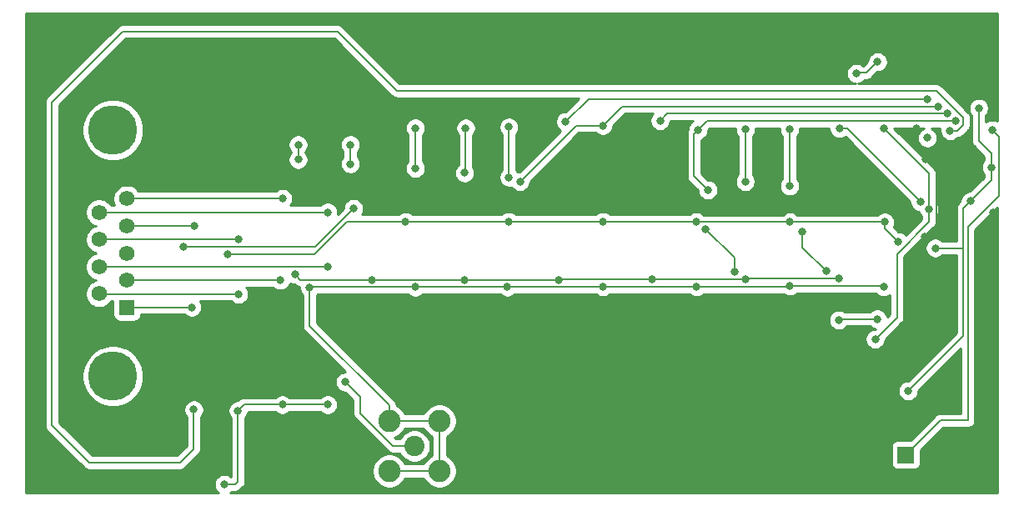
<source format=gbl>
G04 #@! TF.GenerationSoftware,KiCad,Pcbnew,(5.1.9)-1*
G04 #@! TF.CreationDate,2022-05-23T18:25:16-06:00*
G04 #@! TF.ProjectId,Calibrator_02_wResistors,43616c69-6272-4617-946f-725f30325f77,rev?*
G04 #@! TF.SameCoordinates,Original*
G04 #@! TF.FileFunction,Copper,L2,Bot*
G04 #@! TF.FilePolarity,Positive*
%FSLAX46Y46*%
G04 Gerber Fmt 4.6, Leading zero omitted, Abs format (unit mm)*
G04 Created by KiCad (PCBNEW (5.1.9)-1) date 2022-05-23 18:25:16*
%MOMM*%
%LPD*%
G01*
G04 APERTURE LIST*
G04 #@! TA.AperFunction,ComponentPad*
%ADD10R,1.700000X1.700000*%
G04 #@! TD*
G04 #@! TA.AperFunction,ComponentPad*
%ADD11C,2.250000*%
G04 #@! TD*
G04 #@! TA.AperFunction,ComponentPad*
%ADD12C,2.050000*%
G04 #@! TD*
G04 #@! TA.AperFunction,ComponentPad*
%ADD13C,5.000000*%
G04 #@! TD*
G04 #@! TA.AperFunction,ComponentPad*
%ADD14C,1.575000*%
G04 #@! TD*
G04 #@! TA.AperFunction,ComponentPad*
%ADD15R,1.575000X1.575000*%
G04 #@! TD*
G04 #@! TA.AperFunction,ViaPad*
%ADD16C,0.800000*%
G04 #@! TD*
G04 #@! TA.AperFunction,Conductor*
%ADD17C,0.200000*%
G04 #@! TD*
G04 #@! TA.AperFunction,Conductor*
%ADD18C,0.254000*%
G04 #@! TD*
G04 #@! TA.AperFunction,Conductor*
%ADD19C,0.100000*%
G04 #@! TD*
G04 APERTURE END LIST*
D10*
X80500000Y-20500000D03*
D11*
X28060000Y-22140000D03*
X28060000Y-17060000D03*
X33140000Y-17060000D03*
X33140000Y-22140000D03*
D12*
X30600000Y-19600000D03*
D13*
X0Y-12500000D03*
D14*
X-1420000Y4140000D03*
X-1420000Y1380000D03*
X-1420000Y-1380000D03*
X-1420000Y-4140000D03*
X1420000Y5520000D03*
X1420000Y2760000D03*
X1420000Y-2760000D03*
D15*
X1420000Y-5520000D03*
D13*
X0Y12500000D03*
D14*
X1420000Y0D03*
D16*
X82505331Y9505331D03*
X82430331Y1669669D03*
X81600000Y12650000D03*
X54900000Y20300000D03*
X89340501Y4100000D03*
X77630331Y19430331D03*
X87043750Y5256250D03*
X87908000Y14708000D03*
X80750000Y-14000000D03*
X75500000Y18250000D03*
X83500000Y500000D03*
X89179572Y8721998D03*
X8000000Y-5500000D03*
X16980000Y-2760000D03*
X8300000Y2770000D03*
X17220000Y5540000D03*
X12750000Y-4170000D03*
X21770000Y-1390000D03*
X12730000Y1400000D03*
X21810000Y4140000D03*
X30700000Y-3460000D03*
X19970000Y-3510000D03*
X40050000Y-3460000D03*
X49730000Y-3410000D03*
X59260000Y-3430000D03*
X68740000Y-3340000D03*
X78240000Y-3440000D03*
X18480000Y-2140000D03*
X26260000Y-2710000D03*
X35670000Y-2710000D03*
X45230000Y-2710000D03*
X54730000Y-2660000D03*
X64220000Y-2680000D03*
X73700000Y-2590000D03*
X77600000Y-6700000D03*
X73700000Y-6800000D03*
X11640000Y-100000D03*
X29720000Y3190000D03*
X40160000Y3200000D03*
X49730000Y3200000D03*
X59230000Y3160000D03*
X68740000Y3160000D03*
X78360000Y3140000D03*
X79748008Y1151992D03*
X23600000Y-13100000D03*
X7190000Y650000D03*
X24420000Y4530000D03*
X11300000Y-23500000D03*
X12700000Y-16000000D03*
X21800000Y-15400000D03*
X17200000Y-15400000D03*
X85000000Y12425098D03*
X8200000Y-15900000D03*
X18800000Y11000000D03*
X18800000Y9500000D03*
X78300000Y12650000D03*
X82850376Y4459489D03*
X77400000Y-8750000D03*
X73758008Y12641992D03*
X81970002Y5209489D03*
X68700000Y12600000D03*
X68700000Y6799940D03*
X70000000Y2200000D03*
X72400000Y-1840000D03*
X64208008Y12591992D03*
X64200000Y7249950D03*
X40200000Y12800000D03*
X40200000Y7699960D03*
X35808008Y12691992D03*
X35700000Y8149970D03*
X30700000Y12700000D03*
X30700000Y8599980D03*
X24100000Y11000000D03*
X24100000Y9049990D03*
X59400000Y12500000D03*
X85600000Y13400000D03*
X60400000Y6400000D03*
X60200000Y2400000D03*
X63100000Y-1910000D03*
X55558008Y13441992D03*
X84709600Y14150000D03*
X49749992Y12949992D03*
X83767915Y14900000D03*
X41321111Y7249950D03*
X45958008Y13341992D03*
X82700000Y15650000D03*
X89300000Y12500000D03*
X82700000Y11700000D03*
D17*
X83600377Y2839715D02*
X82430331Y1669669D01*
X83600377Y8410285D02*
X83600377Y2839715D01*
X82505331Y9505331D02*
X83600377Y8410285D01*
X81600000Y10410662D02*
X81600000Y12650000D01*
X82505331Y9505331D02*
X81600000Y10410662D01*
X89340501Y4100000D02*
X89340501Y-3159499D01*
X77630331Y19430331D02*
X76500000Y18300000D01*
X87043750Y5256250D02*
X86349990Y4562490D01*
X86349990Y-8400010D02*
X80750000Y-14000000D01*
X86349990Y349990D02*
X86349990Y-8400010D01*
X75550000Y18300000D02*
X75500000Y18250000D01*
X76500000Y18300000D02*
X75550000Y18300000D01*
X83500000Y500000D02*
X86199980Y500000D01*
X86199980Y500000D02*
X86349990Y349990D01*
X86349990Y4562490D02*
X86349990Y349990D01*
X87908000Y11392000D02*
X87908000Y14708000D01*
X89179572Y10120428D02*
X87908000Y11392000D01*
X89179572Y8721998D02*
X89179572Y10120428D01*
X89179572Y7392072D02*
X89179572Y8721998D01*
X87043750Y5256250D02*
X89179572Y7392072D01*
X1440000Y-5500000D02*
X1420000Y-5520000D01*
X8000000Y-5500000D02*
X1440000Y-5500000D01*
X16980000Y-2760000D02*
X1420000Y-2760000D01*
X1430000Y2770000D02*
X1420000Y2760000D01*
X8300000Y2770000D02*
X1430000Y2770000D01*
X1440000Y5540000D02*
X1420000Y5520000D01*
X17220000Y5540000D02*
X1440000Y5540000D01*
X-1390000Y-4170000D02*
X-1420000Y-4140000D01*
X12750000Y-4170000D02*
X-1390000Y-4170000D01*
X-1410000Y-1390000D02*
X-1420000Y-1380000D01*
X21770000Y-1390000D02*
X-1410000Y-1390000D01*
X-1400000Y1400000D02*
X-1420000Y1380000D01*
X12730000Y1400000D02*
X-1400000Y1400000D01*
X21810000Y4140000D02*
X-1420000Y4140000D01*
X20020000Y-3460000D02*
X19970000Y-3510000D01*
X30700000Y-3460000D02*
X20020000Y-3460000D01*
X30700000Y-3460000D02*
X40050000Y-3460000D01*
X49680000Y-3460000D02*
X49730000Y-3410000D01*
X40050000Y-3460000D02*
X49680000Y-3460000D01*
X59240000Y-3410000D02*
X59260000Y-3430000D01*
X49730000Y-3410000D02*
X59240000Y-3410000D01*
X68650000Y-3430000D02*
X68740000Y-3340000D01*
X59260000Y-3430000D02*
X68650000Y-3430000D01*
X78140000Y-3340000D02*
X78240000Y-3440000D01*
X68740000Y-3340000D02*
X78140000Y-3340000D01*
X19970000Y-7379010D02*
X19970000Y-3510000D01*
X28060000Y-15469010D02*
X19970000Y-7379010D01*
X28060000Y-17060000D02*
X28060000Y-15469010D01*
X28060000Y-17060000D02*
X33140000Y-17060000D01*
X33140000Y-17060000D02*
X33140000Y-22140000D01*
X33140000Y-22140000D02*
X28060000Y-22140000D01*
X19050000Y-2710000D02*
X26260000Y-2710000D01*
X18480000Y-2140000D02*
X19050000Y-2710000D01*
X26260000Y-2710000D02*
X35670000Y-2710000D01*
X35670000Y-2710000D02*
X45230000Y-2710000D01*
X45280000Y-2660000D02*
X54730000Y-2660000D01*
X45230000Y-2710000D02*
X45280000Y-2660000D01*
X54730000Y-2660000D02*
X64140000Y-2660000D01*
X64160000Y-2680000D02*
X64220000Y-2680000D01*
X64140000Y-2660000D02*
X64160000Y-2680000D01*
X64310000Y-2590000D02*
X73700000Y-2590000D01*
X64220000Y-2680000D02*
X64310000Y-2590000D01*
X73800000Y-6700000D02*
X73700000Y-6800000D01*
X77600000Y-6700000D02*
X73800000Y-6700000D01*
X11640000Y-100000D02*
X20426410Y-100000D01*
X23716410Y3190000D02*
X29720000Y3190000D01*
X20426410Y-100000D02*
X23716410Y3190000D01*
X40150000Y3190000D02*
X40160000Y3200000D01*
X29720000Y3190000D02*
X40150000Y3190000D01*
X40160000Y3200000D02*
X49730000Y3200000D01*
X59190000Y3200000D02*
X59230000Y3160000D01*
X49730000Y3200000D02*
X59190000Y3200000D01*
X59230000Y3160000D02*
X68740000Y3160000D01*
X78340000Y3160000D02*
X78360000Y3140000D01*
X68740000Y3160000D02*
X78340000Y3160000D01*
X78360000Y2540000D02*
X78360000Y3140000D01*
X79748008Y1151992D02*
X78360000Y2540000D01*
X23600000Y-13100000D02*
X25100000Y-14600000D01*
X28416998Y-19600000D02*
X30600000Y-19600000D01*
X25100000Y-16283002D02*
X28416998Y-19600000D01*
X25100000Y-14600000D02*
X25100000Y-16283002D01*
X20540000Y650000D02*
X24420000Y4530000D01*
X7190000Y650000D02*
X20540000Y650000D01*
X11300000Y-23500000D02*
X12400000Y-23500000D01*
X12700000Y-23200000D02*
X12700000Y-16000000D01*
X12400000Y-23500000D02*
X12700000Y-23200000D01*
X21800000Y-15400000D02*
X17200000Y-15400000D01*
X13300000Y-15400000D02*
X12700000Y-16000000D01*
X17200000Y-15400000D02*
X13300000Y-15400000D01*
X83625003Y16484999D02*
X28815001Y16484999D01*
X86350001Y13039999D02*
X86350001Y13760001D01*
X86350001Y13760001D02*
X83625003Y16484999D01*
X85735100Y12425098D02*
X86350001Y13039999D01*
X85000000Y12425098D02*
X85735100Y12425098D01*
X28815001Y16484999D02*
X22800000Y22500000D01*
X22800000Y22500000D02*
X1000000Y22500000D01*
X1000000Y22500000D02*
X-6200000Y15300000D01*
X-6200000Y15300000D02*
X-6200000Y-17500000D01*
X-6200000Y-17500000D02*
X-2400000Y-21300000D01*
X-2400000Y-21300000D02*
X6800000Y-21300000D01*
X8200000Y-19900000D02*
X8200000Y-15900000D01*
X6800000Y-21300000D02*
X8200000Y-19900000D01*
X18800000Y11000000D02*
X18800000Y9500000D01*
X78300000Y12650000D02*
X82850376Y8099624D01*
X82850376Y8099624D02*
X82850376Y4459489D01*
X77400000Y-8750000D02*
X79600000Y-6550000D01*
X82850376Y3144358D02*
X82850376Y4459489D01*
X82850376Y3144358D02*
X82844358Y3144358D01*
X79600000Y-100000D02*
X79600000Y-6550000D01*
X82844358Y3144358D02*
X79600000Y-100000D01*
X74537499Y12641992D02*
X81970002Y5209489D01*
X73758008Y12641992D02*
X74537499Y12641992D01*
X68700000Y12600000D02*
X68700000Y6799940D01*
X70000000Y560000D02*
X72400000Y-1840000D01*
X70000000Y2200000D02*
X70000000Y560000D01*
X64208008Y7257958D02*
X64200000Y7249950D01*
X64208008Y12591992D02*
X64208008Y7257958D01*
X40200000Y12800000D02*
X40200000Y7699960D01*
X35808008Y8257978D02*
X35700000Y8149970D01*
X35808008Y12691992D02*
X35808008Y8257978D01*
X30700000Y12700000D02*
X30700000Y8599980D01*
X24100000Y11000000D02*
X24100000Y9049990D01*
X59400000Y12500000D02*
X60300000Y13400000D01*
X60300000Y13400000D02*
X85600000Y13400000D01*
X59000001Y7799999D02*
X60400000Y6400000D01*
X59000001Y12100001D02*
X59000001Y7799999D01*
X59400000Y12500000D02*
X59000001Y12100001D01*
X63100000Y-500000D02*
X63100000Y-1910000D01*
X60200000Y2400000D02*
X63100000Y-500000D01*
X56266016Y14150000D02*
X84709600Y14150000D01*
X55558008Y13441992D02*
X56266016Y14150000D01*
X51700000Y14900000D02*
X83767915Y14900000D01*
X49749992Y12949992D02*
X51700000Y14900000D01*
X47021153Y12949992D02*
X41321111Y7249950D01*
X49749992Y12949992D02*
X47021153Y12949992D01*
X48266016Y15650000D02*
X82700000Y15650000D01*
X45958008Y13341992D02*
X48266016Y15650000D01*
X84000000Y-17000000D02*
X80500000Y-20500000D01*
X86800000Y-17000000D02*
X84000000Y-17000000D01*
X86800000Y2669501D02*
X86800000Y-17000000D01*
X89950001Y5819502D02*
X86800000Y2669501D01*
X89950001Y11849999D02*
X89950001Y5819502D01*
X89300000Y12500000D02*
X89950001Y11849999D01*
X82700000Y11700000D02*
X82724903Y11675097D01*
D18*
X89815001Y13400671D02*
X89790256Y13417205D01*
X89601898Y13495226D01*
X89401939Y13535000D01*
X89198061Y13535000D01*
X88998102Y13495226D01*
X88809744Y13417205D01*
X88643000Y13305791D01*
X88643000Y13979289D01*
X88711937Y14048226D01*
X88825205Y14217744D01*
X88903226Y14406102D01*
X88943000Y14606061D01*
X88943000Y14809939D01*
X88903226Y15009898D01*
X88825205Y15198256D01*
X88711937Y15367774D01*
X88567774Y15511937D01*
X88398256Y15625205D01*
X88209898Y15703226D01*
X88009939Y15743000D01*
X87806061Y15743000D01*
X87606102Y15703226D01*
X87417744Y15625205D01*
X87248226Y15511937D01*
X87104063Y15367774D01*
X86990795Y15198256D01*
X86912774Y15009898D01*
X86873000Y14809939D01*
X86873000Y14606061D01*
X86912774Y14406102D01*
X86990795Y14217744D01*
X87104063Y14048226D01*
X87173001Y13979288D01*
X87173000Y11428105D01*
X87169444Y11392000D01*
X87180216Y11282633D01*
X87183635Y11247916D01*
X87225663Y11109368D01*
X87293913Y10981681D01*
X87385762Y10869763D01*
X87413808Y10846746D01*
X88444573Y9815980D01*
X88444573Y9450710D01*
X88375635Y9381772D01*
X88262367Y9212254D01*
X88184346Y9023896D01*
X88144572Y8823937D01*
X88144572Y8620059D01*
X88184346Y8420100D01*
X88262367Y8231742D01*
X88375635Y8062224D01*
X88444572Y7993287D01*
X88444572Y7696519D01*
X87039304Y6291250D01*
X86941811Y6291250D01*
X86741852Y6251476D01*
X86553494Y6173455D01*
X86383976Y6060187D01*
X86239813Y5916024D01*
X86126545Y5746506D01*
X86048524Y5558148D01*
X86008750Y5358189D01*
X86008750Y5260696D01*
X85855798Y5107744D01*
X85827752Y5084727D01*
X85735903Y4972809D01*
X85667653Y4845122D01*
X85648337Y4781444D01*
X85625625Y4706575D01*
X85611434Y4562490D01*
X85614990Y4526385D01*
X85614991Y1235000D01*
X84228711Y1235000D01*
X84159774Y1303937D01*
X83990256Y1417205D01*
X83801898Y1495226D01*
X83601939Y1535000D01*
X83398061Y1535000D01*
X83198102Y1495226D01*
X83009744Y1417205D01*
X82840226Y1303937D01*
X82696063Y1159774D01*
X82582795Y990256D01*
X82504774Y801898D01*
X82465000Y601939D01*
X82465000Y398061D01*
X82504774Y198102D01*
X82582795Y9744D01*
X82696063Y-159774D01*
X82840226Y-303937D01*
X83009744Y-417205D01*
X83198102Y-495226D01*
X83398061Y-535000D01*
X83601939Y-535000D01*
X83801898Y-495226D01*
X83990256Y-417205D01*
X84159774Y-303937D01*
X84228711Y-235000D01*
X85614990Y-235000D01*
X85614991Y-8095562D01*
X80745554Y-12965000D01*
X80648061Y-12965000D01*
X80448102Y-13004774D01*
X80259744Y-13082795D01*
X80090226Y-13196063D01*
X79946063Y-13340226D01*
X79832795Y-13509744D01*
X79754774Y-13698102D01*
X79715000Y-13898061D01*
X79715000Y-14101939D01*
X79754774Y-14301898D01*
X79832795Y-14490256D01*
X79946063Y-14659774D01*
X80090226Y-14803937D01*
X80259744Y-14917205D01*
X80448102Y-14995226D01*
X80648061Y-15035000D01*
X80851939Y-15035000D01*
X81051898Y-14995226D01*
X81240256Y-14917205D01*
X81409774Y-14803937D01*
X81553937Y-14659774D01*
X81667205Y-14490256D01*
X81745226Y-14301898D01*
X81785000Y-14101939D01*
X81785000Y-14004446D01*
X86065001Y-9724446D01*
X86065001Y-16265000D01*
X84036094Y-16265000D01*
X83999999Y-16261445D01*
X83963904Y-16265000D01*
X83963895Y-16265000D01*
X83855915Y-16275635D01*
X83717367Y-16317663D01*
X83589680Y-16385913D01*
X83477762Y-16477762D01*
X83454746Y-16505807D01*
X80948626Y-19011928D01*
X79650000Y-19011928D01*
X79525518Y-19024188D01*
X79405820Y-19060498D01*
X79295506Y-19119463D01*
X79198815Y-19198815D01*
X79119463Y-19295506D01*
X79060498Y-19405820D01*
X79024188Y-19525518D01*
X79011928Y-19650000D01*
X79011928Y-21350000D01*
X79024188Y-21474482D01*
X79060498Y-21594180D01*
X79119463Y-21704494D01*
X79198815Y-21801185D01*
X79295506Y-21880537D01*
X79405820Y-21939502D01*
X79525518Y-21975812D01*
X79650000Y-21988072D01*
X81350000Y-21988072D01*
X81474482Y-21975812D01*
X81594180Y-21939502D01*
X81704494Y-21880537D01*
X81801185Y-21801185D01*
X81880537Y-21704494D01*
X81939502Y-21594180D01*
X81975812Y-21474482D01*
X81988072Y-21350000D01*
X81988072Y-20051374D01*
X84304447Y-17735000D01*
X86763895Y-17735000D01*
X86800000Y-17738556D01*
X86836105Y-17735000D01*
X86944085Y-17724365D01*
X87082633Y-17682337D01*
X87210320Y-17614087D01*
X87322238Y-17522238D01*
X87414087Y-17410320D01*
X87482337Y-17282633D01*
X87524365Y-17144085D01*
X87538556Y-17000000D01*
X87535000Y-16963895D01*
X87535000Y2365055D01*
X89815001Y4645055D01*
X89815000Y-24340000D01*
X11905802Y-24340000D01*
X11959774Y-24303937D01*
X12028711Y-24235000D01*
X12363895Y-24235000D01*
X12400000Y-24238556D01*
X12436105Y-24235000D01*
X12544085Y-24224365D01*
X12682633Y-24182337D01*
X12810320Y-24114087D01*
X12922238Y-24022238D01*
X12945259Y-23994187D01*
X13194192Y-23745254D01*
X13222237Y-23722238D01*
X13314087Y-23610320D01*
X13382337Y-23482633D01*
X13411616Y-23386114D01*
X13424365Y-23344086D01*
X13438556Y-23200001D01*
X13435000Y-23163896D01*
X13435000Y-16728711D01*
X13503937Y-16659774D01*
X13617205Y-16490256D01*
X13695226Y-16301898D01*
X13728424Y-16135000D01*
X16471289Y-16135000D01*
X16540226Y-16203937D01*
X16709744Y-16317205D01*
X16898102Y-16395226D01*
X17098061Y-16435000D01*
X17301939Y-16435000D01*
X17501898Y-16395226D01*
X17690256Y-16317205D01*
X17859774Y-16203937D01*
X17928711Y-16135000D01*
X21071289Y-16135000D01*
X21140226Y-16203937D01*
X21309744Y-16317205D01*
X21498102Y-16395226D01*
X21698061Y-16435000D01*
X21901939Y-16435000D01*
X22101898Y-16395226D01*
X22290256Y-16317205D01*
X22459774Y-16203937D01*
X22603937Y-16059774D01*
X22717205Y-15890256D01*
X22795226Y-15701898D01*
X22835000Y-15501939D01*
X22835000Y-15298061D01*
X22795226Y-15098102D01*
X22717205Y-14909744D01*
X22603937Y-14740226D01*
X22459774Y-14596063D01*
X22290256Y-14482795D01*
X22101898Y-14404774D01*
X21901939Y-14365000D01*
X21698061Y-14365000D01*
X21498102Y-14404774D01*
X21309744Y-14482795D01*
X21140226Y-14596063D01*
X21071289Y-14665000D01*
X17928711Y-14665000D01*
X17859774Y-14596063D01*
X17690256Y-14482795D01*
X17501898Y-14404774D01*
X17301939Y-14365000D01*
X17098061Y-14365000D01*
X16898102Y-14404774D01*
X16709744Y-14482795D01*
X16540226Y-14596063D01*
X16471289Y-14665000D01*
X13336096Y-14665000D01*
X13299999Y-14661445D01*
X13263902Y-14665000D01*
X13263895Y-14665000D01*
X13170132Y-14674235D01*
X13155914Y-14675635D01*
X13113886Y-14688384D01*
X13017367Y-14717663D01*
X12889680Y-14785913D01*
X12777762Y-14877762D01*
X12754746Y-14905807D01*
X12695553Y-14965000D01*
X12598061Y-14965000D01*
X12398102Y-15004774D01*
X12209744Y-15082795D01*
X12040226Y-15196063D01*
X11896063Y-15340226D01*
X11782795Y-15509744D01*
X11704774Y-15698102D01*
X11665000Y-15898061D01*
X11665000Y-16101939D01*
X11704774Y-16301898D01*
X11782795Y-16490256D01*
X11896063Y-16659774D01*
X11965001Y-16728712D01*
X11965000Y-22701289D01*
X11959774Y-22696063D01*
X11790256Y-22582795D01*
X11601898Y-22504774D01*
X11401939Y-22465000D01*
X11198061Y-22465000D01*
X10998102Y-22504774D01*
X10809744Y-22582795D01*
X10640226Y-22696063D01*
X10496063Y-22840226D01*
X10382795Y-23009744D01*
X10304774Y-23198102D01*
X10265000Y-23398061D01*
X10265000Y-23601939D01*
X10304774Y-23801898D01*
X10382795Y-23990256D01*
X10496063Y-24159774D01*
X10640226Y-24303937D01*
X10694198Y-24340000D01*
X-8865000Y-24340000D01*
X-8865000Y15300000D01*
X-6938556Y15300000D01*
X-6935000Y15263895D01*
X-6934999Y-17463885D01*
X-6938556Y-17500000D01*
X-6924365Y-17644085D01*
X-6895707Y-17738556D01*
X-6882336Y-17782633D01*
X-6814086Y-17910320D01*
X-6722237Y-18022238D01*
X-6694192Y-18045254D01*
X-2945254Y-21794193D01*
X-2922238Y-21822238D01*
X-2894194Y-21845253D01*
X-2810320Y-21914087D01*
X-2682634Y-21982337D01*
X-2544085Y-22024365D01*
X-2400000Y-22038556D01*
X-2363895Y-22035000D01*
X6763895Y-22035000D01*
X6800000Y-22038556D01*
X6836105Y-22035000D01*
X6944085Y-22024365D01*
X7082633Y-21982337D01*
X7210320Y-21914087D01*
X7322238Y-21822238D01*
X7345258Y-21794188D01*
X8694197Y-20445250D01*
X8722237Y-20422238D01*
X8745250Y-20394197D01*
X8745253Y-20394194D01*
X8770117Y-20363897D01*
X8814087Y-20310320D01*
X8882337Y-20182633D01*
X8924365Y-20044085D01*
X8935000Y-19936105D01*
X8935000Y-19936104D01*
X8938556Y-19900000D01*
X8935000Y-19863895D01*
X8935000Y-16628711D01*
X9003937Y-16559774D01*
X9117205Y-16390256D01*
X9195226Y-16201898D01*
X9235000Y-16001939D01*
X9235000Y-15798061D01*
X9195226Y-15598102D01*
X9117205Y-15409744D01*
X9003937Y-15240226D01*
X8859774Y-15096063D01*
X8690256Y-14982795D01*
X8501898Y-14904774D01*
X8301939Y-14865000D01*
X8098061Y-14865000D01*
X7898102Y-14904774D01*
X7709744Y-14982795D01*
X7540226Y-15096063D01*
X7396063Y-15240226D01*
X7282795Y-15409744D01*
X7204774Y-15598102D01*
X7165000Y-15798061D01*
X7165000Y-16001939D01*
X7204774Y-16201898D01*
X7282795Y-16390256D01*
X7396063Y-16559774D01*
X7465001Y-16628712D01*
X7465000Y-19595553D01*
X6495554Y-20565000D01*
X-2095553Y-20565000D01*
X-5465000Y-17195554D01*
X-5465000Y-12191229D01*
X-3135000Y-12191229D01*
X-3135000Y-12808771D01*
X-3014524Y-13414446D01*
X-2778201Y-13984979D01*
X-2435114Y-14498446D01*
X-1998446Y-14935114D01*
X-1484979Y-15278201D01*
X-914446Y-15514524D01*
X-308771Y-15635000D01*
X308771Y-15635000D01*
X914446Y-15514524D01*
X1484979Y-15278201D01*
X1998446Y-14935114D01*
X2435114Y-14498446D01*
X2778201Y-13984979D01*
X3014524Y-13414446D01*
X3135000Y-12808771D01*
X3135000Y-12191229D01*
X3014524Y-11585554D01*
X2778201Y-11015021D01*
X2435114Y-10501554D01*
X1998446Y-10064886D01*
X1484979Y-9721799D01*
X914446Y-9485476D01*
X308771Y-9365000D01*
X-308771Y-9365000D01*
X-914446Y-9485476D01*
X-1484979Y-9721799D01*
X-1998446Y-10064886D01*
X-2435114Y-10501554D01*
X-2778201Y-11015021D01*
X-3014524Y-11585554D01*
X-3135000Y-12191229D01*
X-5465000Y-12191229D01*
X-5465000Y12808771D01*
X-3135000Y12808771D01*
X-3135000Y12191229D01*
X-3014524Y11585554D01*
X-2778201Y11015021D01*
X-2435114Y10501554D01*
X-1998446Y10064886D01*
X-1484979Y9721799D01*
X-914446Y9485476D01*
X-308771Y9365000D01*
X308771Y9365000D01*
X914446Y9485476D01*
X1484979Y9721799D01*
X1998446Y10064886D01*
X2435114Y10501554D01*
X2778201Y11015021D01*
X2814203Y11101939D01*
X17765000Y11101939D01*
X17765000Y10898061D01*
X17804774Y10698102D01*
X17882795Y10509744D01*
X17996063Y10340226D01*
X18065000Y10271289D01*
X18065001Y10228712D01*
X17996063Y10159774D01*
X17882795Y9990256D01*
X17804774Y9801898D01*
X17765000Y9601939D01*
X17765000Y9398061D01*
X17804774Y9198102D01*
X17882795Y9009744D01*
X17996063Y8840226D01*
X18140226Y8696063D01*
X18309744Y8582795D01*
X18498102Y8504774D01*
X18698061Y8465000D01*
X18901939Y8465000D01*
X19101898Y8504774D01*
X19290256Y8582795D01*
X19459774Y8696063D01*
X19603937Y8840226D01*
X19717205Y9009744D01*
X19795226Y9198102D01*
X19835000Y9398061D01*
X19835000Y9601939D01*
X19795226Y9801898D01*
X19717205Y9990256D01*
X19603937Y10159774D01*
X19535000Y10228711D01*
X19535000Y10271289D01*
X19603937Y10340226D01*
X19717205Y10509744D01*
X19795226Y10698102D01*
X19835000Y10898061D01*
X19835000Y11101939D01*
X23065000Y11101939D01*
X23065000Y10898061D01*
X23104774Y10698102D01*
X23182795Y10509744D01*
X23296063Y10340226D01*
X23365000Y10271289D01*
X23365001Y9778702D01*
X23296063Y9709764D01*
X23182795Y9540246D01*
X23104774Y9351888D01*
X23065000Y9151929D01*
X23065000Y8948051D01*
X23104774Y8748092D01*
X23182795Y8559734D01*
X23296063Y8390216D01*
X23440226Y8246053D01*
X23609744Y8132785D01*
X23798102Y8054764D01*
X23998061Y8014990D01*
X24201939Y8014990D01*
X24401898Y8054764D01*
X24590256Y8132785D01*
X24759774Y8246053D01*
X24903937Y8390216D01*
X25017205Y8559734D01*
X25095226Y8748092D01*
X25135000Y8948051D01*
X25135000Y9151929D01*
X25095226Y9351888D01*
X25017205Y9540246D01*
X24903937Y9709764D01*
X24835000Y9778701D01*
X24835000Y10271289D01*
X24903937Y10340226D01*
X25017205Y10509744D01*
X25095226Y10698102D01*
X25135000Y10898061D01*
X25135000Y11101939D01*
X25095226Y11301898D01*
X25017205Y11490256D01*
X24903937Y11659774D01*
X24759774Y11803937D01*
X24590256Y11917205D01*
X24401898Y11995226D01*
X24201939Y12035000D01*
X23998061Y12035000D01*
X23798102Y11995226D01*
X23609744Y11917205D01*
X23440226Y11803937D01*
X23296063Y11659774D01*
X23182795Y11490256D01*
X23104774Y11301898D01*
X23065000Y11101939D01*
X19835000Y11101939D01*
X19795226Y11301898D01*
X19717205Y11490256D01*
X19603937Y11659774D01*
X19459774Y11803937D01*
X19290256Y11917205D01*
X19101898Y11995226D01*
X18901939Y12035000D01*
X18698061Y12035000D01*
X18498102Y11995226D01*
X18309744Y11917205D01*
X18140226Y11803937D01*
X17996063Y11659774D01*
X17882795Y11490256D01*
X17804774Y11301898D01*
X17765000Y11101939D01*
X2814203Y11101939D01*
X3014524Y11585554D01*
X3135000Y12191229D01*
X3135000Y12801939D01*
X29665000Y12801939D01*
X29665000Y12598061D01*
X29704774Y12398102D01*
X29782795Y12209744D01*
X29896063Y12040226D01*
X29965000Y11971289D01*
X29965001Y9328692D01*
X29896063Y9259754D01*
X29782795Y9090236D01*
X29704774Y8901878D01*
X29665000Y8701919D01*
X29665000Y8498041D01*
X29704774Y8298082D01*
X29782795Y8109724D01*
X29896063Y7940206D01*
X30040226Y7796043D01*
X30209744Y7682775D01*
X30398102Y7604754D01*
X30598061Y7564980D01*
X30801939Y7564980D01*
X31001898Y7604754D01*
X31190256Y7682775D01*
X31359774Y7796043D01*
X31503937Y7940206D01*
X31617205Y8109724D01*
X31676100Y8251909D01*
X34665000Y8251909D01*
X34665000Y8048031D01*
X34704774Y7848072D01*
X34782795Y7659714D01*
X34896063Y7490196D01*
X35040226Y7346033D01*
X35209744Y7232765D01*
X35398102Y7154744D01*
X35598061Y7114970D01*
X35801939Y7114970D01*
X36001898Y7154744D01*
X36190256Y7232765D01*
X36359774Y7346033D01*
X36503937Y7490196D01*
X36617205Y7659714D01*
X36695226Y7848072D01*
X36735000Y8048031D01*
X36735000Y8251909D01*
X36695226Y8451868D01*
X36617205Y8640226D01*
X36543008Y8751270D01*
X36543008Y11963281D01*
X36611945Y12032218D01*
X36725213Y12201736D01*
X36803234Y12390094D01*
X36843008Y12590053D01*
X36843008Y12793931D01*
X36803234Y12993890D01*
X36725213Y13182248D01*
X36611945Y13351766D01*
X36467782Y13495929D01*
X36298264Y13609197D01*
X36109906Y13687218D01*
X35909947Y13726992D01*
X35706069Y13726992D01*
X35506110Y13687218D01*
X35317752Y13609197D01*
X35148234Y13495929D01*
X35004071Y13351766D01*
X34890803Y13182248D01*
X34812782Y12993890D01*
X34773008Y12793931D01*
X34773008Y12590053D01*
X34812782Y12390094D01*
X34890803Y12201736D01*
X35004071Y12032218D01*
X35073008Y11963281D01*
X35073009Y8975812D01*
X35040226Y8953907D01*
X34896063Y8809744D01*
X34782795Y8640226D01*
X34704774Y8451868D01*
X34665000Y8251909D01*
X31676100Y8251909D01*
X31695226Y8298082D01*
X31735000Y8498041D01*
X31735000Y8701919D01*
X31695226Y8901878D01*
X31617205Y9090236D01*
X31503937Y9259754D01*
X31435000Y9328691D01*
X31435000Y11971289D01*
X31503937Y12040226D01*
X31617205Y12209744D01*
X31695226Y12398102D01*
X31735000Y12598061D01*
X31735000Y12801939D01*
X31695226Y13001898D01*
X31617205Y13190256D01*
X31503937Y13359774D01*
X31359774Y13503937D01*
X31190256Y13617205D01*
X31001898Y13695226D01*
X30801939Y13735000D01*
X30598061Y13735000D01*
X30398102Y13695226D01*
X30209744Y13617205D01*
X30040226Y13503937D01*
X29896063Y13359774D01*
X29782795Y13190256D01*
X29704774Y13001898D01*
X29665000Y12801939D01*
X3135000Y12801939D01*
X3135000Y12808771D01*
X3014524Y13414446D01*
X2778201Y13984979D01*
X2435114Y14498446D01*
X1998446Y14935114D01*
X1484979Y15278201D01*
X914446Y15514524D01*
X308771Y15635000D01*
X-308771Y15635000D01*
X-914446Y15514524D01*
X-1484979Y15278201D01*
X-1998446Y14935114D01*
X-2435114Y14498446D01*
X-2778201Y13984979D01*
X-3014524Y13414446D01*
X-3135000Y12808771D01*
X-5465000Y12808771D01*
X-5465000Y14995554D01*
X1304447Y21765000D01*
X22495554Y21765000D01*
X28269747Y15990806D01*
X28292763Y15962761D01*
X28404681Y15870912D01*
X28532368Y15802662D01*
X28628887Y15773383D01*
X28670915Y15760634D01*
X28815001Y15746443D01*
X28851106Y15749999D01*
X47326568Y15749999D01*
X45953562Y14376992D01*
X45856069Y14376992D01*
X45656110Y14337218D01*
X45467752Y14259197D01*
X45298234Y14145929D01*
X45154071Y14001766D01*
X45040803Y13832248D01*
X44962782Y13643890D01*
X44923008Y13443931D01*
X44923008Y13240053D01*
X44962782Y13040094D01*
X45040803Y12851736D01*
X45154071Y12682218D01*
X45298234Y12538055D01*
X45461008Y12429293D01*
X41316665Y8284950D01*
X41219172Y8284950D01*
X41073294Y8255933D01*
X41003937Y8359734D01*
X40935000Y8428671D01*
X40935000Y12071289D01*
X41003937Y12140226D01*
X41117205Y12309744D01*
X41195226Y12498102D01*
X41235000Y12698061D01*
X41235000Y12901939D01*
X41195226Y13101898D01*
X41117205Y13290256D01*
X41003937Y13459774D01*
X40859774Y13603937D01*
X40690256Y13717205D01*
X40501898Y13795226D01*
X40301939Y13835000D01*
X40098061Y13835000D01*
X39898102Y13795226D01*
X39709744Y13717205D01*
X39540226Y13603937D01*
X39396063Y13459774D01*
X39282795Y13290256D01*
X39204774Y13101898D01*
X39165000Y12901939D01*
X39165000Y12698061D01*
X39204774Y12498102D01*
X39282795Y12309744D01*
X39396063Y12140226D01*
X39465000Y12071289D01*
X39465001Y8428672D01*
X39396063Y8359734D01*
X39282795Y8190216D01*
X39204774Y8001858D01*
X39165000Y7801899D01*
X39165000Y7598021D01*
X39204774Y7398062D01*
X39282795Y7209704D01*
X39396063Y7040186D01*
X39540226Y6896023D01*
X39709744Y6782755D01*
X39898102Y6704734D01*
X40098061Y6664960D01*
X40301939Y6664960D01*
X40447817Y6693977D01*
X40517174Y6590176D01*
X40661337Y6446013D01*
X40830855Y6332745D01*
X41019213Y6254724D01*
X41219172Y6214950D01*
X41423050Y6214950D01*
X41623009Y6254724D01*
X41811367Y6332745D01*
X41980885Y6446013D01*
X42125048Y6590176D01*
X42238316Y6759694D01*
X42316337Y6948052D01*
X42356111Y7148011D01*
X42356111Y7245504D01*
X47325600Y12214992D01*
X49021281Y12214992D01*
X49090218Y12146055D01*
X49259736Y12032787D01*
X49448094Y11954766D01*
X49648053Y11914992D01*
X49851931Y11914992D01*
X50051890Y11954766D01*
X50240248Y12032787D01*
X50409766Y12146055D01*
X50553929Y12290218D01*
X50667197Y12459736D01*
X50745218Y12648094D01*
X50784992Y12848053D01*
X50784992Y12945546D01*
X52004447Y14165000D01*
X54817305Y14165000D01*
X54754071Y14101766D01*
X54640803Y13932248D01*
X54562782Y13743890D01*
X54523008Y13543931D01*
X54523008Y13340053D01*
X54562782Y13140094D01*
X54640803Y12951736D01*
X54754071Y12782218D01*
X54898234Y12638055D01*
X55067752Y12524787D01*
X55256110Y12446766D01*
X55456069Y12406992D01*
X55659947Y12406992D01*
X55859906Y12446766D01*
X56048264Y12524787D01*
X56217782Y12638055D01*
X56361945Y12782218D01*
X56475213Y12951736D01*
X56553234Y13140094D01*
X56593008Y13340053D01*
X56593008Y13415000D01*
X58906444Y13415000D01*
X58740226Y13303937D01*
X58596063Y13159774D01*
X58482795Y12990256D01*
X58404774Y12801898D01*
X58365000Y12601939D01*
X58365000Y12471193D01*
X58317664Y12382633D01*
X58294719Y12306992D01*
X58275636Y12244086D01*
X58261445Y12100001D01*
X58265001Y12063896D01*
X58265002Y7836114D01*
X58261445Y7799999D01*
X58275636Y7655914D01*
X58313049Y7532583D01*
X58317665Y7517366D01*
X58385915Y7389679D01*
X58477764Y7277761D01*
X58505809Y7254745D01*
X59365000Y6395553D01*
X59365000Y6298061D01*
X59404774Y6098102D01*
X59482795Y5909744D01*
X59596063Y5740226D01*
X59740226Y5596063D01*
X59909744Y5482795D01*
X60098102Y5404774D01*
X60298061Y5365000D01*
X60501939Y5365000D01*
X60701898Y5404774D01*
X60890256Y5482795D01*
X61059774Y5596063D01*
X61203937Y5740226D01*
X61317205Y5909744D01*
X61395226Y6098102D01*
X61435000Y6298061D01*
X61435000Y6501939D01*
X61395226Y6701898D01*
X61317205Y6890256D01*
X61203937Y7059774D01*
X61059774Y7203937D01*
X60890256Y7317205D01*
X60701898Y7395226D01*
X60501939Y7435000D01*
X60404447Y7435000D01*
X59735001Y8104445D01*
X59735001Y11518486D01*
X59890256Y11582795D01*
X60059774Y11696063D01*
X60203937Y11840226D01*
X60317205Y12009744D01*
X60395226Y12198102D01*
X60435000Y12398061D01*
X60435000Y12495553D01*
X60604447Y12665000D01*
X63173008Y12665000D01*
X63173008Y12490053D01*
X63212782Y12290094D01*
X63290803Y12101736D01*
X63404071Y11932218D01*
X63473008Y11863281D01*
X63473009Y7986670D01*
X63396063Y7909724D01*
X63282795Y7740206D01*
X63204774Y7551848D01*
X63165000Y7351889D01*
X63165000Y7148011D01*
X63204774Y6948052D01*
X63282795Y6759694D01*
X63396063Y6590176D01*
X63540226Y6446013D01*
X63709744Y6332745D01*
X63898102Y6254724D01*
X64098061Y6214950D01*
X64301939Y6214950D01*
X64501898Y6254724D01*
X64690256Y6332745D01*
X64859774Y6446013D01*
X65003937Y6590176D01*
X65117205Y6759694D01*
X65195226Y6948052D01*
X65235000Y7148011D01*
X65235000Y7351889D01*
X65195226Y7551848D01*
X65117205Y7740206D01*
X65003937Y7909724D01*
X64943008Y7970653D01*
X64943008Y11863281D01*
X65011945Y11932218D01*
X65125213Y12101736D01*
X65203234Y12290094D01*
X65243008Y12490053D01*
X65243008Y12665000D01*
X67665000Y12665000D01*
X67665000Y12498061D01*
X67704774Y12298102D01*
X67782795Y12109744D01*
X67896063Y11940226D01*
X67965000Y11871289D01*
X67965001Y7528652D01*
X67896063Y7459714D01*
X67782795Y7290196D01*
X67704774Y7101838D01*
X67665000Y6901879D01*
X67665000Y6698001D01*
X67704774Y6498042D01*
X67782795Y6309684D01*
X67896063Y6140166D01*
X68040226Y5996003D01*
X68209744Y5882735D01*
X68398102Y5804714D01*
X68598061Y5764940D01*
X68801939Y5764940D01*
X69001898Y5804714D01*
X69190256Y5882735D01*
X69359774Y5996003D01*
X69503937Y6140166D01*
X69617205Y6309684D01*
X69695226Y6498042D01*
X69735000Y6698001D01*
X69735000Y6901879D01*
X69695226Y7101838D01*
X69617205Y7290196D01*
X69503937Y7459714D01*
X69435000Y7528651D01*
X69435000Y11871289D01*
X69503937Y11940226D01*
X69617205Y12109744D01*
X69695226Y12298102D01*
X69735000Y12498061D01*
X69735000Y12665000D01*
X72723008Y12665000D01*
X72723008Y12540053D01*
X72762782Y12340094D01*
X72840803Y12151736D01*
X72954071Y11982218D01*
X73098234Y11838055D01*
X73267752Y11724787D01*
X73456110Y11646766D01*
X73656069Y11606992D01*
X73859947Y11606992D01*
X74059906Y11646766D01*
X74248264Y11724787D01*
X74348370Y11791675D01*
X80935002Y5205042D01*
X80935002Y5107550D01*
X80974776Y4907591D01*
X81052797Y4719233D01*
X81166065Y4549715D01*
X81310228Y4405552D01*
X81479746Y4292284D01*
X81668104Y4214263D01*
X81851118Y4177859D01*
X81855150Y4157591D01*
X81933171Y3969233D01*
X82046439Y3799715D01*
X82115376Y3730778D01*
X82115376Y3454823D01*
X80512132Y1851579D01*
X80407782Y1955929D01*
X80238264Y2069197D01*
X80049906Y2147218D01*
X79849947Y2186992D01*
X79752455Y2186992D01*
X79280865Y2658581D01*
X79355226Y2838102D01*
X79395000Y3038061D01*
X79395000Y3241939D01*
X79355226Y3441898D01*
X79277205Y3630256D01*
X79163937Y3799774D01*
X79019774Y3943937D01*
X78850256Y4057205D01*
X78661898Y4135226D01*
X78461939Y4175000D01*
X78258061Y4175000D01*
X78058102Y4135226D01*
X77869744Y4057205D01*
X77700226Y3943937D01*
X77651289Y3895000D01*
X69468711Y3895000D01*
X69399774Y3963937D01*
X69230256Y4077205D01*
X69041898Y4155226D01*
X68841939Y4195000D01*
X68638061Y4195000D01*
X68438102Y4155226D01*
X68249744Y4077205D01*
X68080226Y3963937D01*
X68011289Y3895000D01*
X59958711Y3895000D01*
X59889774Y3963937D01*
X59720256Y4077205D01*
X59531898Y4155226D01*
X59331939Y4195000D01*
X59128061Y4195000D01*
X58928102Y4155226D01*
X58739744Y4077205D01*
X58570226Y3963937D01*
X58541289Y3935000D01*
X50458711Y3935000D01*
X50389774Y4003937D01*
X50220256Y4117205D01*
X50031898Y4195226D01*
X49831939Y4235000D01*
X49628061Y4235000D01*
X49428102Y4195226D01*
X49239744Y4117205D01*
X49070226Y4003937D01*
X49001289Y3935000D01*
X40888711Y3935000D01*
X40819774Y4003937D01*
X40650256Y4117205D01*
X40461898Y4195226D01*
X40261939Y4235000D01*
X40058061Y4235000D01*
X39858102Y4195226D01*
X39669744Y4117205D01*
X39500226Y4003937D01*
X39421289Y3925000D01*
X30448711Y3925000D01*
X30379774Y3993937D01*
X30210256Y4107205D01*
X30021898Y4185226D01*
X29821939Y4225000D01*
X29618061Y4225000D01*
X29418102Y4185226D01*
X29229744Y4107205D01*
X29060226Y3993937D01*
X28991289Y3925000D01*
X25260536Y3925000D01*
X25337205Y4039744D01*
X25415226Y4228102D01*
X25455000Y4428061D01*
X25455000Y4631939D01*
X25415226Y4831898D01*
X25337205Y5020256D01*
X25223937Y5189774D01*
X25079774Y5333937D01*
X24910256Y5447205D01*
X24721898Y5525226D01*
X24521939Y5565000D01*
X24318061Y5565000D01*
X24118102Y5525226D01*
X23929744Y5447205D01*
X23760226Y5333937D01*
X23616063Y5189774D01*
X23502795Y5020256D01*
X23424774Y4831898D01*
X23385000Y4631939D01*
X23385000Y4534447D01*
X22834171Y3983617D01*
X22845000Y4038061D01*
X22845000Y4241939D01*
X22805226Y4441898D01*
X22727205Y4630256D01*
X22613937Y4799774D01*
X22469774Y4943937D01*
X22300256Y5057205D01*
X22111898Y5135226D01*
X21911939Y5175000D01*
X21708061Y5175000D01*
X21508102Y5135226D01*
X21319744Y5057205D01*
X21150226Y4943937D01*
X21081289Y4875000D01*
X18018711Y4875000D01*
X18023937Y4880226D01*
X18137205Y5049744D01*
X18215226Y5238102D01*
X18255000Y5438061D01*
X18255000Y5641939D01*
X18215226Y5841898D01*
X18137205Y6030256D01*
X18023937Y6199774D01*
X17879774Y6343937D01*
X17710256Y6457205D01*
X17521898Y6535226D01*
X17321939Y6575000D01*
X17118061Y6575000D01*
X16918102Y6535226D01*
X16729744Y6457205D01*
X16560226Y6343937D01*
X16491289Y6275000D01*
X2626351Y6275000D01*
X2524928Y6426791D01*
X2326791Y6624928D01*
X2093806Y6780603D01*
X1834928Y6887834D01*
X1560104Y6942500D01*
X1279896Y6942500D01*
X1005072Y6887834D01*
X746194Y6780603D01*
X513209Y6624928D01*
X315072Y6426791D01*
X159397Y6193806D01*
X52166Y5934928D01*
X-2500Y5660104D01*
X-2500Y5379896D01*
X52166Y5105072D01*
X147465Y4875000D01*
X-200285Y4875000D01*
X-315072Y5046791D01*
X-513209Y5244928D01*
X-746194Y5400603D01*
X-1005072Y5507834D01*
X-1279896Y5562500D01*
X-1560104Y5562500D01*
X-1834928Y5507834D01*
X-2093806Y5400603D01*
X-2326791Y5244928D01*
X-2524928Y5046791D01*
X-2680603Y4813806D01*
X-2787834Y4554928D01*
X-2842500Y4280104D01*
X-2842500Y3999896D01*
X-2787834Y3725072D01*
X-2680603Y3466194D01*
X-2524928Y3233209D01*
X-2326791Y3035072D01*
X-2093806Y2879397D01*
X-1834928Y2772166D01*
X-1773766Y2760000D01*
X-1834928Y2747834D01*
X-2093806Y2640603D01*
X-2326791Y2484928D01*
X-2524928Y2286791D01*
X-2680603Y2053806D01*
X-2787834Y1794928D01*
X-2842500Y1520104D01*
X-2842500Y1239896D01*
X-2787834Y965072D01*
X-2680603Y706194D01*
X-2524928Y473209D01*
X-2326791Y275072D01*
X-2093806Y119397D01*
X-1834928Y12166D01*
X-1773766Y0D01*
X-1834928Y-12166D01*
X-2093806Y-119397D01*
X-2326791Y-275072D01*
X-2524928Y-473209D01*
X-2680603Y-706194D01*
X-2787834Y-965072D01*
X-2842500Y-1239896D01*
X-2842500Y-1520104D01*
X-2787834Y-1794928D01*
X-2680603Y-2053806D01*
X-2524928Y-2286791D01*
X-2326791Y-2484928D01*
X-2093806Y-2640603D01*
X-1834928Y-2747834D01*
X-1773766Y-2760000D01*
X-1834928Y-2772166D01*
X-2093806Y-2879397D01*
X-2326791Y-3035072D01*
X-2524928Y-3233209D01*
X-2680603Y-3466194D01*
X-2787834Y-3725072D01*
X-2842500Y-3999896D01*
X-2842500Y-4280104D01*
X-2787834Y-4554928D01*
X-2680603Y-4813806D01*
X-2524928Y-5046791D01*
X-2326791Y-5244928D01*
X-2093806Y-5400603D01*
X-1834928Y-5507834D01*
X-1560104Y-5562500D01*
X-1279896Y-5562500D01*
X-1005072Y-5507834D01*
X-746194Y-5400603D01*
X-513209Y-5244928D01*
X-315072Y-5046791D01*
X-220331Y-4905000D01*
X-5572Y-4905000D01*
X-5572Y-6307500D01*
X6688Y-6431982D01*
X42998Y-6551680D01*
X101963Y-6661994D01*
X181315Y-6758685D01*
X278006Y-6838037D01*
X388320Y-6897002D01*
X508018Y-6933312D01*
X632500Y-6945572D01*
X2207500Y-6945572D01*
X2331982Y-6933312D01*
X2451680Y-6897002D01*
X2561994Y-6838037D01*
X2658685Y-6758685D01*
X2738037Y-6661994D01*
X2797002Y-6551680D01*
X2833312Y-6431982D01*
X2845572Y-6307500D01*
X2845572Y-6235000D01*
X7271289Y-6235000D01*
X7340226Y-6303937D01*
X7509744Y-6417205D01*
X7698102Y-6495226D01*
X7898061Y-6535000D01*
X8101939Y-6535000D01*
X8301898Y-6495226D01*
X8490256Y-6417205D01*
X8659774Y-6303937D01*
X8803937Y-6159774D01*
X8917205Y-5990256D01*
X8995226Y-5801898D01*
X9035000Y-5601939D01*
X9035000Y-5398061D01*
X8995226Y-5198102D01*
X8917205Y-5009744D01*
X8847217Y-4905000D01*
X12021289Y-4905000D01*
X12090226Y-4973937D01*
X12259744Y-5087205D01*
X12448102Y-5165226D01*
X12648061Y-5205000D01*
X12851939Y-5205000D01*
X13051898Y-5165226D01*
X13240256Y-5087205D01*
X13409774Y-4973937D01*
X13553937Y-4829774D01*
X13667205Y-4660256D01*
X13745226Y-4471898D01*
X13785000Y-4271939D01*
X13785000Y-4068061D01*
X13745226Y-3868102D01*
X13667205Y-3679744D01*
X13553937Y-3510226D01*
X13538711Y-3495000D01*
X16251289Y-3495000D01*
X16320226Y-3563937D01*
X16489744Y-3677205D01*
X16678102Y-3755226D01*
X16878061Y-3795000D01*
X17081939Y-3795000D01*
X17281898Y-3755226D01*
X17470256Y-3677205D01*
X17639774Y-3563937D01*
X17783937Y-3419774D01*
X17897205Y-3250256D01*
X17975226Y-3061898D01*
X17977753Y-3049193D01*
X17989744Y-3057205D01*
X18178102Y-3135226D01*
X18378061Y-3175000D01*
X18475553Y-3175000D01*
X18504746Y-3204193D01*
X18527762Y-3232238D01*
X18620152Y-3308061D01*
X18639680Y-3324087D01*
X18767366Y-3392337D01*
X18905915Y-3434365D01*
X18935000Y-3437230D01*
X18935000Y-3611939D01*
X18974774Y-3811898D01*
X19052795Y-4000256D01*
X19166063Y-4169774D01*
X19235001Y-4238712D01*
X19235000Y-7342905D01*
X19231444Y-7379010D01*
X19245635Y-7523095D01*
X19250325Y-7538556D01*
X19287663Y-7661642D01*
X19355913Y-7789329D01*
X19447762Y-7901247D01*
X19475808Y-7924264D01*
X23616543Y-12065000D01*
X23498061Y-12065000D01*
X23298102Y-12104774D01*
X23109744Y-12182795D01*
X22940226Y-12296063D01*
X22796063Y-12440226D01*
X22682795Y-12609744D01*
X22604774Y-12798102D01*
X22565000Y-12998061D01*
X22565000Y-13201939D01*
X22604774Y-13401898D01*
X22682795Y-13590256D01*
X22796063Y-13759774D01*
X22940226Y-13903937D01*
X23109744Y-14017205D01*
X23298102Y-14095226D01*
X23498061Y-14135000D01*
X23595554Y-14135000D01*
X24365000Y-14904447D01*
X24365001Y-16246887D01*
X24361444Y-16283002D01*
X24375635Y-16427087D01*
X24391008Y-16477763D01*
X24417664Y-16565635D01*
X24485914Y-16693322D01*
X24577763Y-16805240D01*
X24605808Y-16828256D01*
X27871744Y-20094193D01*
X27894760Y-20122238D01*
X27922804Y-20145253D01*
X28006678Y-20214087D01*
X28134364Y-20282337D01*
X28272913Y-20324365D01*
X28416998Y-20338556D01*
X28453103Y-20335000D01*
X29107676Y-20335000D01*
X29128927Y-20386305D01*
X29310594Y-20658188D01*
X29541812Y-20889406D01*
X29813695Y-21071073D01*
X30115796Y-21196207D01*
X30436504Y-21260000D01*
X30763496Y-21260000D01*
X31084204Y-21196207D01*
X31386305Y-21071073D01*
X31658188Y-20889406D01*
X31889406Y-20658188D01*
X32071073Y-20386305D01*
X32196207Y-20084204D01*
X32260000Y-19763496D01*
X32260000Y-19436504D01*
X32196207Y-19115796D01*
X32071073Y-18813695D01*
X31889406Y-18541812D01*
X31658188Y-18310594D01*
X31386305Y-18128927D01*
X31084204Y-18003793D01*
X30763496Y-17940000D01*
X30436504Y-17940000D01*
X30115796Y-18003793D01*
X29813695Y-18128927D01*
X29541812Y-18310594D01*
X29310594Y-18541812D01*
X29128927Y-18813695D01*
X29107676Y-18865000D01*
X28721445Y-18865000D01*
X28598430Y-18741985D01*
X28893673Y-18619692D01*
X29181935Y-18427081D01*
X29427081Y-18181935D01*
X29619692Y-17893673D01*
X29660564Y-17795000D01*
X31539436Y-17795000D01*
X31580308Y-17893673D01*
X31772919Y-18181935D01*
X32018065Y-18427081D01*
X32306327Y-18619692D01*
X32405000Y-18660564D01*
X32405001Y-20539436D01*
X32306327Y-20580308D01*
X32018065Y-20772919D01*
X31772919Y-21018065D01*
X31580308Y-21306327D01*
X31539436Y-21405000D01*
X29660564Y-21405000D01*
X29619692Y-21306327D01*
X29427081Y-21018065D01*
X29181935Y-20772919D01*
X28893673Y-20580308D01*
X28573373Y-20447636D01*
X28233345Y-20380000D01*
X27886655Y-20380000D01*
X27546627Y-20447636D01*
X27226327Y-20580308D01*
X26938065Y-20772919D01*
X26692919Y-21018065D01*
X26500308Y-21306327D01*
X26367636Y-21626627D01*
X26300000Y-21966655D01*
X26300000Y-22313345D01*
X26367636Y-22653373D01*
X26500308Y-22973673D01*
X26692919Y-23261935D01*
X26938065Y-23507081D01*
X27226327Y-23699692D01*
X27546627Y-23832364D01*
X27886655Y-23900000D01*
X28233345Y-23900000D01*
X28573373Y-23832364D01*
X28893673Y-23699692D01*
X29181935Y-23507081D01*
X29427081Y-23261935D01*
X29619692Y-22973673D01*
X29660564Y-22875000D01*
X31539436Y-22875000D01*
X31580308Y-22973673D01*
X31772919Y-23261935D01*
X32018065Y-23507081D01*
X32306327Y-23699692D01*
X32626627Y-23832364D01*
X32966655Y-23900000D01*
X33313345Y-23900000D01*
X33653373Y-23832364D01*
X33973673Y-23699692D01*
X34261935Y-23507081D01*
X34507081Y-23261935D01*
X34699692Y-22973673D01*
X34832364Y-22653373D01*
X34900000Y-22313345D01*
X34900000Y-21966655D01*
X34832364Y-21626627D01*
X34699692Y-21306327D01*
X34507081Y-21018065D01*
X34261935Y-20772919D01*
X33973673Y-20580308D01*
X33875000Y-20539436D01*
X33875000Y-18660564D01*
X33973673Y-18619692D01*
X34261935Y-18427081D01*
X34507081Y-18181935D01*
X34699692Y-17893673D01*
X34832364Y-17573373D01*
X34900000Y-17233345D01*
X34900000Y-16886655D01*
X34832364Y-16546627D01*
X34699692Y-16226327D01*
X34507081Y-15938065D01*
X34261935Y-15692919D01*
X33973673Y-15500308D01*
X33653373Y-15367636D01*
X33313345Y-15300000D01*
X32966655Y-15300000D01*
X32626627Y-15367636D01*
X32306327Y-15500308D01*
X32018065Y-15692919D01*
X31772919Y-15938065D01*
X31580308Y-16226327D01*
X31539436Y-16325000D01*
X29660564Y-16325000D01*
X29619692Y-16226327D01*
X29427081Y-15938065D01*
X29181935Y-15692919D01*
X28893673Y-15500308D01*
X28797724Y-15460565D01*
X28784365Y-15324925D01*
X28742337Y-15186376D01*
X28674087Y-15058690D01*
X28622003Y-14995226D01*
X28582238Y-14946772D01*
X28554193Y-14923756D01*
X20705000Y-7074564D01*
X20705000Y-4238711D01*
X20748711Y-4195000D01*
X29971289Y-4195000D01*
X30040226Y-4263937D01*
X30209744Y-4377205D01*
X30398102Y-4455226D01*
X30598061Y-4495000D01*
X30801939Y-4495000D01*
X31001898Y-4455226D01*
X31190256Y-4377205D01*
X31359774Y-4263937D01*
X31428711Y-4195000D01*
X39321289Y-4195000D01*
X39390226Y-4263937D01*
X39559744Y-4377205D01*
X39748102Y-4455226D01*
X39948061Y-4495000D01*
X40151939Y-4495000D01*
X40351898Y-4455226D01*
X40540256Y-4377205D01*
X40709774Y-4263937D01*
X40778711Y-4195000D01*
X49051289Y-4195000D01*
X49070226Y-4213937D01*
X49239744Y-4327205D01*
X49428102Y-4405226D01*
X49628061Y-4445000D01*
X49831939Y-4445000D01*
X50031898Y-4405226D01*
X50220256Y-4327205D01*
X50389774Y-4213937D01*
X50458711Y-4145000D01*
X58511289Y-4145000D01*
X58600226Y-4233937D01*
X58769744Y-4347205D01*
X58958102Y-4425226D01*
X59158061Y-4465000D01*
X59361939Y-4465000D01*
X59561898Y-4425226D01*
X59750256Y-4347205D01*
X59919774Y-4233937D01*
X59988711Y-4165000D01*
X68111749Y-4165000D01*
X68249744Y-4257205D01*
X68438102Y-4335226D01*
X68638061Y-4375000D01*
X68841939Y-4375000D01*
X69041898Y-4335226D01*
X69230256Y-4257205D01*
X69399774Y-4143937D01*
X69468711Y-4075000D01*
X77419510Y-4075000D01*
X77436063Y-4099774D01*
X77580226Y-4243937D01*
X77749744Y-4357205D01*
X77938102Y-4435226D01*
X78138061Y-4475000D01*
X78341939Y-4475000D01*
X78541898Y-4435226D01*
X78730256Y-4357205D01*
X78865001Y-4267172D01*
X78865001Y-6245552D01*
X78614675Y-6495878D01*
X78595226Y-6398102D01*
X78517205Y-6209744D01*
X78403937Y-6040226D01*
X78259774Y-5896063D01*
X78090256Y-5782795D01*
X77901898Y-5704774D01*
X77701939Y-5665000D01*
X77498061Y-5665000D01*
X77298102Y-5704774D01*
X77109744Y-5782795D01*
X76940226Y-5896063D01*
X76871289Y-5965000D01*
X74313285Y-5965000D01*
X74190256Y-5882795D01*
X74001898Y-5804774D01*
X73801939Y-5765000D01*
X73598061Y-5765000D01*
X73398102Y-5804774D01*
X73209744Y-5882795D01*
X73040226Y-5996063D01*
X72896063Y-6140226D01*
X72782795Y-6309744D01*
X72704774Y-6498102D01*
X72665000Y-6698061D01*
X72665000Y-6901939D01*
X72704774Y-7101898D01*
X72782795Y-7290256D01*
X72896063Y-7459774D01*
X73040226Y-7603937D01*
X73209744Y-7717205D01*
X73398102Y-7795226D01*
X73598061Y-7835000D01*
X73801939Y-7835000D01*
X74001898Y-7795226D01*
X74190256Y-7717205D01*
X74359774Y-7603937D01*
X74503937Y-7459774D01*
X74520490Y-7435000D01*
X76871289Y-7435000D01*
X76940226Y-7503937D01*
X77109744Y-7617205D01*
X77298102Y-7695226D01*
X77395879Y-7714675D01*
X77395554Y-7715000D01*
X77298061Y-7715000D01*
X77098102Y-7754774D01*
X76909744Y-7832795D01*
X76740226Y-7946063D01*
X76596063Y-8090226D01*
X76482795Y-8259744D01*
X76404774Y-8448102D01*
X76365000Y-8648061D01*
X76365000Y-8851939D01*
X76404774Y-9051898D01*
X76482795Y-9240256D01*
X76596063Y-9409774D01*
X76740226Y-9553937D01*
X76909744Y-9667205D01*
X77098102Y-9745226D01*
X77298061Y-9785000D01*
X77501939Y-9785000D01*
X77701898Y-9745226D01*
X77890256Y-9667205D01*
X78059774Y-9553937D01*
X78203937Y-9409774D01*
X78317205Y-9240256D01*
X78395226Y-9051898D01*
X78435000Y-8851939D01*
X78435000Y-8754446D01*
X80094193Y-7095254D01*
X80122238Y-7072238D01*
X80214087Y-6960320D01*
X80282337Y-6832633D01*
X80324365Y-6694085D01*
X80335000Y-6586105D01*
X80338556Y-6550000D01*
X80335000Y-6513895D01*
X80335000Y-404446D01*
X83311008Y2571562D01*
X83372614Y2622120D01*
X83464463Y2734038D01*
X83532713Y2861725D01*
X83574741Y3000273D01*
X83588932Y3144358D01*
X83585376Y3180463D01*
X83585376Y3730778D01*
X83654313Y3799715D01*
X83767581Y3969233D01*
X83845602Y4157591D01*
X83885376Y4357550D01*
X83885376Y4561428D01*
X83845602Y4761387D01*
X83767581Y4949745D01*
X83654313Y5119263D01*
X83585376Y5188200D01*
X83585376Y8063530D01*
X83588931Y8099625D01*
X83585376Y8135720D01*
X83585376Y8135729D01*
X83574741Y8243709D01*
X83532713Y8382257D01*
X83464463Y8509944D01*
X83423601Y8559734D01*
X83395629Y8593818D01*
X83395626Y8593821D01*
X83372613Y8621862D01*
X83344573Y8644873D01*
X79335000Y12654446D01*
X79335000Y12665000D01*
X82325131Y12665000D01*
X82209744Y12617205D01*
X82040226Y12503937D01*
X81896063Y12359774D01*
X81782795Y12190256D01*
X81704774Y12001898D01*
X81665000Y11801939D01*
X81665000Y11598061D01*
X81704774Y11398102D01*
X81782795Y11209744D01*
X81896063Y11040226D01*
X82040226Y10896063D01*
X82209744Y10782795D01*
X82398102Y10704774D01*
X82598061Y10665000D01*
X82801939Y10665000D01*
X83001898Y10704774D01*
X83190256Y10782795D01*
X83359774Y10896063D01*
X83503937Y11040226D01*
X83617205Y11209744D01*
X83695226Y11398102D01*
X83735000Y11598061D01*
X83735000Y11801939D01*
X83695226Y12001898D01*
X83617205Y12190256D01*
X83503937Y12359774D01*
X83359774Y12503937D01*
X83190256Y12617205D01*
X83074869Y12665000D01*
X83992442Y12665000D01*
X83965000Y12527037D01*
X83965000Y12323159D01*
X84004774Y12123200D01*
X84082795Y11934842D01*
X84196063Y11765324D01*
X84340226Y11621161D01*
X84509744Y11507893D01*
X84698102Y11429872D01*
X84898061Y11390098D01*
X85101939Y11390098D01*
X85301898Y11429872D01*
X85490256Y11507893D01*
X85659774Y11621161D01*
X85726047Y11687434D01*
X85735100Y11686542D01*
X85771205Y11690098D01*
X85879185Y11700733D01*
X86017733Y11742761D01*
X86145420Y11811011D01*
X86257338Y11902860D01*
X86280358Y11930910D01*
X86844198Y12494749D01*
X86872238Y12517761D01*
X86895251Y12545802D01*
X86895254Y12545805D01*
X86964087Y12629678D01*
X86964088Y12629679D01*
X87032338Y12757366D01*
X87074366Y12895914D01*
X87085001Y13003894D01*
X87085001Y13003903D01*
X87088556Y13039998D01*
X87085001Y13076093D01*
X87085001Y13723905D01*
X87088556Y13760002D01*
X87085001Y13796099D01*
X87085001Y13796106D01*
X87074366Y13904086D01*
X87074158Y13904774D01*
X87044735Y14001766D01*
X87032338Y14042634D01*
X86964088Y14170321D01*
X86872239Y14282239D01*
X86844194Y14305255D01*
X84170262Y16979187D01*
X84147241Y17007237D01*
X84035323Y17099086D01*
X83907636Y17167336D01*
X83769088Y17209364D01*
X83661108Y17219999D01*
X83625003Y17223555D01*
X83588898Y17219999D01*
X75627071Y17219999D01*
X75801898Y17254774D01*
X75990256Y17332795D01*
X76159774Y17446063D01*
X76278711Y17565000D01*
X76463895Y17565000D01*
X76500000Y17561444D01*
X76536105Y17565000D01*
X76644085Y17575635D01*
X76782633Y17617663D01*
X76910320Y17685913D01*
X77022238Y17777762D01*
X77045258Y17805812D01*
X77634778Y18395331D01*
X77732270Y18395331D01*
X77932229Y18435105D01*
X78120587Y18513126D01*
X78290105Y18626394D01*
X78434268Y18770557D01*
X78547536Y18940075D01*
X78625557Y19128433D01*
X78665331Y19328392D01*
X78665331Y19532270D01*
X78625557Y19732229D01*
X78547536Y19920587D01*
X78434268Y20090105D01*
X78290105Y20234268D01*
X78120587Y20347536D01*
X77932229Y20425557D01*
X77732270Y20465331D01*
X77528392Y20465331D01*
X77328433Y20425557D01*
X77140075Y20347536D01*
X76970557Y20234268D01*
X76826394Y20090105D01*
X76713126Y19920587D01*
X76635105Y19732229D01*
X76595331Y19532270D01*
X76595331Y19434778D01*
X76195554Y19035000D01*
X76178711Y19035000D01*
X76159774Y19053937D01*
X75990256Y19167205D01*
X75801898Y19245226D01*
X75601939Y19285000D01*
X75398061Y19285000D01*
X75198102Y19245226D01*
X75009744Y19167205D01*
X74840226Y19053937D01*
X74696063Y18909774D01*
X74582795Y18740256D01*
X74504774Y18551898D01*
X74465000Y18351939D01*
X74465000Y18148061D01*
X74504774Y17948102D01*
X74582795Y17759744D01*
X74696063Y17590226D01*
X74840226Y17446063D01*
X75009744Y17332795D01*
X75198102Y17254774D01*
X75372929Y17219999D01*
X29119448Y17219999D01*
X23345259Y22994187D01*
X23322238Y23022238D01*
X23210320Y23114087D01*
X23082633Y23182337D01*
X22944085Y23224365D01*
X22836105Y23235000D01*
X22800000Y23238556D01*
X22763895Y23235000D01*
X1036105Y23235000D01*
X1000000Y23238556D01*
X855915Y23224365D01*
X717366Y23182337D01*
X589680Y23114087D01*
X477762Y23022238D01*
X454746Y22994193D01*
X-6694192Y15845254D01*
X-6722238Y15822237D01*
X-6814087Y15710319D01*
X-6882337Y15582632D01*
X-6892824Y15548061D01*
X-6924365Y15444085D01*
X-6938556Y15300000D01*
X-8865000Y15300000D01*
X-8865000Y24340000D01*
X89815001Y24340000D01*
X89815001Y13400671D01*
G04 #@! TA.AperFunction,Conductor*
D19*
G36*
X89815001Y13400671D02*
G01*
X89790256Y13417205D01*
X89601898Y13495226D01*
X89401939Y13535000D01*
X89198061Y13535000D01*
X88998102Y13495226D01*
X88809744Y13417205D01*
X88643000Y13305791D01*
X88643000Y13979289D01*
X88711937Y14048226D01*
X88825205Y14217744D01*
X88903226Y14406102D01*
X88943000Y14606061D01*
X88943000Y14809939D01*
X88903226Y15009898D01*
X88825205Y15198256D01*
X88711937Y15367774D01*
X88567774Y15511937D01*
X88398256Y15625205D01*
X88209898Y15703226D01*
X88009939Y15743000D01*
X87806061Y15743000D01*
X87606102Y15703226D01*
X87417744Y15625205D01*
X87248226Y15511937D01*
X87104063Y15367774D01*
X86990795Y15198256D01*
X86912774Y15009898D01*
X86873000Y14809939D01*
X86873000Y14606061D01*
X86912774Y14406102D01*
X86990795Y14217744D01*
X87104063Y14048226D01*
X87173001Y13979288D01*
X87173000Y11428105D01*
X87169444Y11392000D01*
X87180216Y11282633D01*
X87183635Y11247916D01*
X87225663Y11109368D01*
X87293913Y10981681D01*
X87385762Y10869763D01*
X87413808Y10846746D01*
X88444573Y9815980D01*
X88444573Y9450710D01*
X88375635Y9381772D01*
X88262367Y9212254D01*
X88184346Y9023896D01*
X88144572Y8823937D01*
X88144572Y8620059D01*
X88184346Y8420100D01*
X88262367Y8231742D01*
X88375635Y8062224D01*
X88444572Y7993287D01*
X88444572Y7696519D01*
X87039304Y6291250D01*
X86941811Y6291250D01*
X86741852Y6251476D01*
X86553494Y6173455D01*
X86383976Y6060187D01*
X86239813Y5916024D01*
X86126545Y5746506D01*
X86048524Y5558148D01*
X86008750Y5358189D01*
X86008750Y5260696D01*
X85855798Y5107744D01*
X85827752Y5084727D01*
X85735903Y4972809D01*
X85667653Y4845122D01*
X85648337Y4781444D01*
X85625625Y4706575D01*
X85611434Y4562490D01*
X85614990Y4526385D01*
X85614991Y1235000D01*
X84228711Y1235000D01*
X84159774Y1303937D01*
X83990256Y1417205D01*
X83801898Y1495226D01*
X83601939Y1535000D01*
X83398061Y1535000D01*
X83198102Y1495226D01*
X83009744Y1417205D01*
X82840226Y1303937D01*
X82696063Y1159774D01*
X82582795Y990256D01*
X82504774Y801898D01*
X82465000Y601939D01*
X82465000Y398061D01*
X82504774Y198102D01*
X82582795Y9744D01*
X82696063Y-159774D01*
X82840226Y-303937D01*
X83009744Y-417205D01*
X83198102Y-495226D01*
X83398061Y-535000D01*
X83601939Y-535000D01*
X83801898Y-495226D01*
X83990256Y-417205D01*
X84159774Y-303937D01*
X84228711Y-235000D01*
X85614990Y-235000D01*
X85614991Y-8095562D01*
X80745554Y-12965000D01*
X80648061Y-12965000D01*
X80448102Y-13004774D01*
X80259744Y-13082795D01*
X80090226Y-13196063D01*
X79946063Y-13340226D01*
X79832795Y-13509744D01*
X79754774Y-13698102D01*
X79715000Y-13898061D01*
X79715000Y-14101939D01*
X79754774Y-14301898D01*
X79832795Y-14490256D01*
X79946063Y-14659774D01*
X80090226Y-14803937D01*
X80259744Y-14917205D01*
X80448102Y-14995226D01*
X80648061Y-15035000D01*
X80851939Y-15035000D01*
X81051898Y-14995226D01*
X81240256Y-14917205D01*
X81409774Y-14803937D01*
X81553937Y-14659774D01*
X81667205Y-14490256D01*
X81745226Y-14301898D01*
X81785000Y-14101939D01*
X81785000Y-14004446D01*
X86065001Y-9724446D01*
X86065001Y-16265000D01*
X84036094Y-16265000D01*
X83999999Y-16261445D01*
X83963904Y-16265000D01*
X83963895Y-16265000D01*
X83855915Y-16275635D01*
X83717367Y-16317663D01*
X83589680Y-16385913D01*
X83477762Y-16477762D01*
X83454746Y-16505807D01*
X80948626Y-19011928D01*
X79650000Y-19011928D01*
X79525518Y-19024188D01*
X79405820Y-19060498D01*
X79295506Y-19119463D01*
X79198815Y-19198815D01*
X79119463Y-19295506D01*
X79060498Y-19405820D01*
X79024188Y-19525518D01*
X79011928Y-19650000D01*
X79011928Y-21350000D01*
X79024188Y-21474482D01*
X79060498Y-21594180D01*
X79119463Y-21704494D01*
X79198815Y-21801185D01*
X79295506Y-21880537D01*
X79405820Y-21939502D01*
X79525518Y-21975812D01*
X79650000Y-21988072D01*
X81350000Y-21988072D01*
X81474482Y-21975812D01*
X81594180Y-21939502D01*
X81704494Y-21880537D01*
X81801185Y-21801185D01*
X81880537Y-21704494D01*
X81939502Y-21594180D01*
X81975812Y-21474482D01*
X81988072Y-21350000D01*
X81988072Y-20051374D01*
X84304447Y-17735000D01*
X86763895Y-17735000D01*
X86800000Y-17738556D01*
X86836105Y-17735000D01*
X86944085Y-17724365D01*
X87082633Y-17682337D01*
X87210320Y-17614087D01*
X87322238Y-17522238D01*
X87414087Y-17410320D01*
X87482337Y-17282633D01*
X87524365Y-17144085D01*
X87538556Y-17000000D01*
X87535000Y-16963895D01*
X87535000Y2365055D01*
X89815001Y4645055D01*
X89815000Y-24340000D01*
X11905802Y-24340000D01*
X11959774Y-24303937D01*
X12028711Y-24235000D01*
X12363895Y-24235000D01*
X12400000Y-24238556D01*
X12436105Y-24235000D01*
X12544085Y-24224365D01*
X12682633Y-24182337D01*
X12810320Y-24114087D01*
X12922238Y-24022238D01*
X12945259Y-23994187D01*
X13194192Y-23745254D01*
X13222237Y-23722238D01*
X13314087Y-23610320D01*
X13382337Y-23482633D01*
X13411616Y-23386114D01*
X13424365Y-23344086D01*
X13438556Y-23200001D01*
X13435000Y-23163896D01*
X13435000Y-16728711D01*
X13503937Y-16659774D01*
X13617205Y-16490256D01*
X13695226Y-16301898D01*
X13728424Y-16135000D01*
X16471289Y-16135000D01*
X16540226Y-16203937D01*
X16709744Y-16317205D01*
X16898102Y-16395226D01*
X17098061Y-16435000D01*
X17301939Y-16435000D01*
X17501898Y-16395226D01*
X17690256Y-16317205D01*
X17859774Y-16203937D01*
X17928711Y-16135000D01*
X21071289Y-16135000D01*
X21140226Y-16203937D01*
X21309744Y-16317205D01*
X21498102Y-16395226D01*
X21698061Y-16435000D01*
X21901939Y-16435000D01*
X22101898Y-16395226D01*
X22290256Y-16317205D01*
X22459774Y-16203937D01*
X22603937Y-16059774D01*
X22717205Y-15890256D01*
X22795226Y-15701898D01*
X22835000Y-15501939D01*
X22835000Y-15298061D01*
X22795226Y-15098102D01*
X22717205Y-14909744D01*
X22603937Y-14740226D01*
X22459774Y-14596063D01*
X22290256Y-14482795D01*
X22101898Y-14404774D01*
X21901939Y-14365000D01*
X21698061Y-14365000D01*
X21498102Y-14404774D01*
X21309744Y-14482795D01*
X21140226Y-14596063D01*
X21071289Y-14665000D01*
X17928711Y-14665000D01*
X17859774Y-14596063D01*
X17690256Y-14482795D01*
X17501898Y-14404774D01*
X17301939Y-14365000D01*
X17098061Y-14365000D01*
X16898102Y-14404774D01*
X16709744Y-14482795D01*
X16540226Y-14596063D01*
X16471289Y-14665000D01*
X13336096Y-14665000D01*
X13299999Y-14661445D01*
X13263902Y-14665000D01*
X13263895Y-14665000D01*
X13170132Y-14674235D01*
X13155914Y-14675635D01*
X13113886Y-14688384D01*
X13017367Y-14717663D01*
X12889680Y-14785913D01*
X12777762Y-14877762D01*
X12754746Y-14905807D01*
X12695553Y-14965000D01*
X12598061Y-14965000D01*
X12398102Y-15004774D01*
X12209744Y-15082795D01*
X12040226Y-15196063D01*
X11896063Y-15340226D01*
X11782795Y-15509744D01*
X11704774Y-15698102D01*
X11665000Y-15898061D01*
X11665000Y-16101939D01*
X11704774Y-16301898D01*
X11782795Y-16490256D01*
X11896063Y-16659774D01*
X11965001Y-16728712D01*
X11965000Y-22701289D01*
X11959774Y-22696063D01*
X11790256Y-22582795D01*
X11601898Y-22504774D01*
X11401939Y-22465000D01*
X11198061Y-22465000D01*
X10998102Y-22504774D01*
X10809744Y-22582795D01*
X10640226Y-22696063D01*
X10496063Y-22840226D01*
X10382795Y-23009744D01*
X10304774Y-23198102D01*
X10265000Y-23398061D01*
X10265000Y-23601939D01*
X10304774Y-23801898D01*
X10382795Y-23990256D01*
X10496063Y-24159774D01*
X10640226Y-24303937D01*
X10694198Y-24340000D01*
X-8865000Y-24340000D01*
X-8865000Y15300000D01*
X-6938556Y15300000D01*
X-6935000Y15263895D01*
X-6934999Y-17463885D01*
X-6938556Y-17500000D01*
X-6924365Y-17644085D01*
X-6895707Y-17738556D01*
X-6882336Y-17782633D01*
X-6814086Y-17910320D01*
X-6722237Y-18022238D01*
X-6694192Y-18045254D01*
X-2945254Y-21794193D01*
X-2922238Y-21822238D01*
X-2894194Y-21845253D01*
X-2810320Y-21914087D01*
X-2682634Y-21982337D01*
X-2544085Y-22024365D01*
X-2400000Y-22038556D01*
X-2363895Y-22035000D01*
X6763895Y-22035000D01*
X6800000Y-22038556D01*
X6836105Y-22035000D01*
X6944085Y-22024365D01*
X7082633Y-21982337D01*
X7210320Y-21914087D01*
X7322238Y-21822238D01*
X7345258Y-21794188D01*
X8694197Y-20445250D01*
X8722237Y-20422238D01*
X8745250Y-20394197D01*
X8745253Y-20394194D01*
X8770117Y-20363897D01*
X8814087Y-20310320D01*
X8882337Y-20182633D01*
X8924365Y-20044085D01*
X8935000Y-19936105D01*
X8935000Y-19936104D01*
X8938556Y-19900000D01*
X8935000Y-19863895D01*
X8935000Y-16628711D01*
X9003937Y-16559774D01*
X9117205Y-16390256D01*
X9195226Y-16201898D01*
X9235000Y-16001939D01*
X9235000Y-15798061D01*
X9195226Y-15598102D01*
X9117205Y-15409744D01*
X9003937Y-15240226D01*
X8859774Y-15096063D01*
X8690256Y-14982795D01*
X8501898Y-14904774D01*
X8301939Y-14865000D01*
X8098061Y-14865000D01*
X7898102Y-14904774D01*
X7709744Y-14982795D01*
X7540226Y-15096063D01*
X7396063Y-15240226D01*
X7282795Y-15409744D01*
X7204774Y-15598102D01*
X7165000Y-15798061D01*
X7165000Y-16001939D01*
X7204774Y-16201898D01*
X7282795Y-16390256D01*
X7396063Y-16559774D01*
X7465001Y-16628712D01*
X7465000Y-19595553D01*
X6495554Y-20565000D01*
X-2095553Y-20565000D01*
X-5465000Y-17195554D01*
X-5465000Y-12191229D01*
X-3135000Y-12191229D01*
X-3135000Y-12808771D01*
X-3014524Y-13414446D01*
X-2778201Y-13984979D01*
X-2435114Y-14498446D01*
X-1998446Y-14935114D01*
X-1484979Y-15278201D01*
X-914446Y-15514524D01*
X-308771Y-15635000D01*
X308771Y-15635000D01*
X914446Y-15514524D01*
X1484979Y-15278201D01*
X1998446Y-14935114D01*
X2435114Y-14498446D01*
X2778201Y-13984979D01*
X3014524Y-13414446D01*
X3135000Y-12808771D01*
X3135000Y-12191229D01*
X3014524Y-11585554D01*
X2778201Y-11015021D01*
X2435114Y-10501554D01*
X1998446Y-10064886D01*
X1484979Y-9721799D01*
X914446Y-9485476D01*
X308771Y-9365000D01*
X-308771Y-9365000D01*
X-914446Y-9485476D01*
X-1484979Y-9721799D01*
X-1998446Y-10064886D01*
X-2435114Y-10501554D01*
X-2778201Y-11015021D01*
X-3014524Y-11585554D01*
X-3135000Y-12191229D01*
X-5465000Y-12191229D01*
X-5465000Y12808771D01*
X-3135000Y12808771D01*
X-3135000Y12191229D01*
X-3014524Y11585554D01*
X-2778201Y11015021D01*
X-2435114Y10501554D01*
X-1998446Y10064886D01*
X-1484979Y9721799D01*
X-914446Y9485476D01*
X-308771Y9365000D01*
X308771Y9365000D01*
X914446Y9485476D01*
X1484979Y9721799D01*
X1998446Y10064886D01*
X2435114Y10501554D01*
X2778201Y11015021D01*
X2814203Y11101939D01*
X17765000Y11101939D01*
X17765000Y10898061D01*
X17804774Y10698102D01*
X17882795Y10509744D01*
X17996063Y10340226D01*
X18065000Y10271289D01*
X18065001Y10228712D01*
X17996063Y10159774D01*
X17882795Y9990256D01*
X17804774Y9801898D01*
X17765000Y9601939D01*
X17765000Y9398061D01*
X17804774Y9198102D01*
X17882795Y9009744D01*
X17996063Y8840226D01*
X18140226Y8696063D01*
X18309744Y8582795D01*
X18498102Y8504774D01*
X18698061Y8465000D01*
X18901939Y8465000D01*
X19101898Y8504774D01*
X19290256Y8582795D01*
X19459774Y8696063D01*
X19603937Y8840226D01*
X19717205Y9009744D01*
X19795226Y9198102D01*
X19835000Y9398061D01*
X19835000Y9601939D01*
X19795226Y9801898D01*
X19717205Y9990256D01*
X19603937Y10159774D01*
X19535000Y10228711D01*
X19535000Y10271289D01*
X19603937Y10340226D01*
X19717205Y10509744D01*
X19795226Y10698102D01*
X19835000Y10898061D01*
X19835000Y11101939D01*
X23065000Y11101939D01*
X23065000Y10898061D01*
X23104774Y10698102D01*
X23182795Y10509744D01*
X23296063Y10340226D01*
X23365000Y10271289D01*
X23365001Y9778702D01*
X23296063Y9709764D01*
X23182795Y9540246D01*
X23104774Y9351888D01*
X23065000Y9151929D01*
X23065000Y8948051D01*
X23104774Y8748092D01*
X23182795Y8559734D01*
X23296063Y8390216D01*
X23440226Y8246053D01*
X23609744Y8132785D01*
X23798102Y8054764D01*
X23998061Y8014990D01*
X24201939Y8014990D01*
X24401898Y8054764D01*
X24590256Y8132785D01*
X24759774Y8246053D01*
X24903937Y8390216D01*
X25017205Y8559734D01*
X25095226Y8748092D01*
X25135000Y8948051D01*
X25135000Y9151929D01*
X25095226Y9351888D01*
X25017205Y9540246D01*
X24903937Y9709764D01*
X24835000Y9778701D01*
X24835000Y10271289D01*
X24903937Y10340226D01*
X25017205Y10509744D01*
X25095226Y10698102D01*
X25135000Y10898061D01*
X25135000Y11101939D01*
X25095226Y11301898D01*
X25017205Y11490256D01*
X24903937Y11659774D01*
X24759774Y11803937D01*
X24590256Y11917205D01*
X24401898Y11995226D01*
X24201939Y12035000D01*
X23998061Y12035000D01*
X23798102Y11995226D01*
X23609744Y11917205D01*
X23440226Y11803937D01*
X23296063Y11659774D01*
X23182795Y11490256D01*
X23104774Y11301898D01*
X23065000Y11101939D01*
X19835000Y11101939D01*
X19795226Y11301898D01*
X19717205Y11490256D01*
X19603937Y11659774D01*
X19459774Y11803937D01*
X19290256Y11917205D01*
X19101898Y11995226D01*
X18901939Y12035000D01*
X18698061Y12035000D01*
X18498102Y11995226D01*
X18309744Y11917205D01*
X18140226Y11803937D01*
X17996063Y11659774D01*
X17882795Y11490256D01*
X17804774Y11301898D01*
X17765000Y11101939D01*
X2814203Y11101939D01*
X3014524Y11585554D01*
X3135000Y12191229D01*
X3135000Y12801939D01*
X29665000Y12801939D01*
X29665000Y12598061D01*
X29704774Y12398102D01*
X29782795Y12209744D01*
X29896063Y12040226D01*
X29965000Y11971289D01*
X29965001Y9328692D01*
X29896063Y9259754D01*
X29782795Y9090236D01*
X29704774Y8901878D01*
X29665000Y8701919D01*
X29665000Y8498041D01*
X29704774Y8298082D01*
X29782795Y8109724D01*
X29896063Y7940206D01*
X30040226Y7796043D01*
X30209744Y7682775D01*
X30398102Y7604754D01*
X30598061Y7564980D01*
X30801939Y7564980D01*
X31001898Y7604754D01*
X31190256Y7682775D01*
X31359774Y7796043D01*
X31503937Y7940206D01*
X31617205Y8109724D01*
X31676100Y8251909D01*
X34665000Y8251909D01*
X34665000Y8048031D01*
X34704774Y7848072D01*
X34782795Y7659714D01*
X34896063Y7490196D01*
X35040226Y7346033D01*
X35209744Y7232765D01*
X35398102Y7154744D01*
X35598061Y7114970D01*
X35801939Y7114970D01*
X36001898Y7154744D01*
X36190256Y7232765D01*
X36359774Y7346033D01*
X36503937Y7490196D01*
X36617205Y7659714D01*
X36695226Y7848072D01*
X36735000Y8048031D01*
X36735000Y8251909D01*
X36695226Y8451868D01*
X36617205Y8640226D01*
X36543008Y8751270D01*
X36543008Y11963281D01*
X36611945Y12032218D01*
X36725213Y12201736D01*
X36803234Y12390094D01*
X36843008Y12590053D01*
X36843008Y12793931D01*
X36803234Y12993890D01*
X36725213Y13182248D01*
X36611945Y13351766D01*
X36467782Y13495929D01*
X36298264Y13609197D01*
X36109906Y13687218D01*
X35909947Y13726992D01*
X35706069Y13726992D01*
X35506110Y13687218D01*
X35317752Y13609197D01*
X35148234Y13495929D01*
X35004071Y13351766D01*
X34890803Y13182248D01*
X34812782Y12993890D01*
X34773008Y12793931D01*
X34773008Y12590053D01*
X34812782Y12390094D01*
X34890803Y12201736D01*
X35004071Y12032218D01*
X35073008Y11963281D01*
X35073009Y8975812D01*
X35040226Y8953907D01*
X34896063Y8809744D01*
X34782795Y8640226D01*
X34704774Y8451868D01*
X34665000Y8251909D01*
X31676100Y8251909D01*
X31695226Y8298082D01*
X31735000Y8498041D01*
X31735000Y8701919D01*
X31695226Y8901878D01*
X31617205Y9090236D01*
X31503937Y9259754D01*
X31435000Y9328691D01*
X31435000Y11971289D01*
X31503937Y12040226D01*
X31617205Y12209744D01*
X31695226Y12398102D01*
X31735000Y12598061D01*
X31735000Y12801939D01*
X31695226Y13001898D01*
X31617205Y13190256D01*
X31503937Y13359774D01*
X31359774Y13503937D01*
X31190256Y13617205D01*
X31001898Y13695226D01*
X30801939Y13735000D01*
X30598061Y13735000D01*
X30398102Y13695226D01*
X30209744Y13617205D01*
X30040226Y13503937D01*
X29896063Y13359774D01*
X29782795Y13190256D01*
X29704774Y13001898D01*
X29665000Y12801939D01*
X3135000Y12801939D01*
X3135000Y12808771D01*
X3014524Y13414446D01*
X2778201Y13984979D01*
X2435114Y14498446D01*
X1998446Y14935114D01*
X1484979Y15278201D01*
X914446Y15514524D01*
X308771Y15635000D01*
X-308771Y15635000D01*
X-914446Y15514524D01*
X-1484979Y15278201D01*
X-1998446Y14935114D01*
X-2435114Y14498446D01*
X-2778201Y13984979D01*
X-3014524Y13414446D01*
X-3135000Y12808771D01*
X-5465000Y12808771D01*
X-5465000Y14995554D01*
X1304447Y21765000D01*
X22495554Y21765000D01*
X28269747Y15990806D01*
X28292763Y15962761D01*
X28404681Y15870912D01*
X28532368Y15802662D01*
X28628887Y15773383D01*
X28670915Y15760634D01*
X28815001Y15746443D01*
X28851106Y15749999D01*
X47326568Y15749999D01*
X45953562Y14376992D01*
X45856069Y14376992D01*
X45656110Y14337218D01*
X45467752Y14259197D01*
X45298234Y14145929D01*
X45154071Y14001766D01*
X45040803Y13832248D01*
X44962782Y13643890D01*
X44923008Y13443931D01*
X44923008Y13240053D01*
X44962782Y13040094D01*
X45040803Y12851736D01*
X45154071Y12682218D01*
X45298234Y12538055D01*
X45461008Y12429293D01*
X41316665Y8284950D01*
X41219172Y8284950D01*
X41073294Y8255933D01*
X41003937Y8359734D01*
X40935000Y8428671D01*
X40935000Y12071289D01*
X41003937Y12140226D01*
X41117205Y12309744D01*
X41195226Y12498102D01*
X41235000Y12698061D01*
X41235000Y12901939D01*
X41195226Y13101898D01*
X41117205Y13290256D01*
X41003937Y13459774D01*
X40859774Y13603937D01*
X40690256Y13717205D01*
X40501898Y13795226D01*
X40301939Y13835000D01*
X40098061Y13835000D01*
X39898102Y13795226D01*
X39709744Y13717205D01*
X39540226Y13603937D01*
X39396063Y13459774D01*
X39282795Y13290256D01*
X39204774Y13101898D01*
X39165000Y12901939D01*
X39165000Y12698061D01*
X39204774Y12498102D01*
X39282795Y12309744D01*
X39396063Y12140226D01*
X39465000Y12071289D01*
X39465001Y8428672D01*
X39396063Y8359734D01*
X39282795Y8190216D01*
X39204774Y8001858D01*
X39165000Y7801899D01*
X39165000Y7598021D01*
X39204774Y7398062D01*
X39282795Y7209704D01*
X39396063Y7040186D01*
X39540226Y6896023D01*
X39709744Y6782755D01*
X39898102Y6704734D01*
X40098061Y6664960D01*
X40301939Y6664960D01*
X40447817Y6693977D01*
X40517174Y6590176D01*
X40661337Y6446013D01*
X40830855Y6332745D01*
X41019213Y6254724D01*
X41219172Y6214950D01*
X41423050Y6214950D01*
X41623009Y6254724D01*
X41811367Y6332745D01*
X41980885Y6446013D01*
X42125048Y6590176D01*
X42238316Y6759694D01*
X42316337Y6948052D01*
X42356111Y7148011D01*
X42356111Y7245504D01*
X47325600Y12214992D01*
X49021281Y12214992D01*
X49090218Y12146055D01*
X49259736Y12032787D01*
X49448094Y11954766D01*
X49648053Y11914992D01*
X49851931Y11914992D01*
X50051890Y11954766D01*
X50240248Y12032787D01*
X50409766Y12146055D01*
X50553929Y12290218D01*
X50667197Y12459736D01*
X50745218Y12648094D01*
X50784992Y12848053D01*
X50784992Y12945546D01*
X52004447Y14165000D01*
X54817305Y14165000D01*
X54754071Y14101766D01*
X54640803Y13932248D01*
X54562782Y13743890D01*
X54523008Y13543931D01*
X54523008Y13340053D01*
X54562782Y13140094D01*
X54640803Y12951736D01*
X54754071Y12782218D01*
X54898234Y12638055D01*
X55067752Y12524787D01*
X55256110Y12446766D01*
X55456069Y12406992D01*
X55659947Y12406992D01*
X55859906Y12446766D01*
X56048264Y12524787D01*
X56217782Y12638055D01*
X56361945Y12782218D01*
X56475213Y12951736D01*
X56553234Y13140094D01*
X56593008Y13340053D01*
X56593008Y13415000D01*
X58906444Y13415000D01*
X58740226Y13303937D01*
X58596063Y13159774D01*
X58482795Y12990256D01*
X58404774Y12801898D01*
X58365000Y12601939D01*
X58365000Y12471193D01*
X58317664Y12382633D01*
X58294719Y12306992D01*
X58275636Y12244086D01*
X58261445Y12100001D01*
X58265001Y12063896D01*
X58265002Y7836114D01*
X58261445Y7799999D01*
X58275636Y7655914D01*
X58313049Y7532583D01*
X58317665Y7517366D01*
X58385915Y7389679D01*
X58477764Y7277761D01*
X58505809Y7254745D01*
X59365000Y6395553D01*
X59365000Y6298061D01*
X59404774Y6098102D01*
X59482795Y5909744D01*
X59596063Y5740226D01*
X59740226Y5596063D01*
X59909744Y5482795D01*
X60098102Y5404774D01*
X60298061Y5365000D01*
X60501939Y5365000D01*
X60701898Y5404774D01*
X60890256Y5482795D01*
X61059774Y5596063D01*
X61203937Y5740226D01*
X61317205Y5909744D01*
X61395226Y6098102D01*
X61435000Y6298061D01*
X61435000Y6501939D01*
X61395226Y6701898D01*
X61317205Y6890256D01*
X61203937Y7059774D01*
X61059774Y7203937D01*
X60890256Y7317205D01*
X60701898Y7395226D01*
X60501939Y7435000D01*
X60404447Y7435000D01*
X59735001Y8104445D01*
X59735001Y11518486D01*
X59890256Y11582795D01*
X60059774Y11696063D01*
X60203937Y11840226D01*
X60317205Y12009744D01*
X60395226Y12198102D01*
X60435000Y12398061D01*
X60435000Y12495553D01*
X60604447Y12665000D01*
X63173008Y12665000D01*
X63173008Y12490053D01*
X63212782Y12290094D01*
X63290803Y12101736D01*
X63404071Y11932218D01*
X63473008Y11863281D01*
X63473009Y7986670D01*
X63396063Y7909724D01*
X63282795Y7740206D01*
X63204774Y7551848D01*
X63165000Y7351889D01*
X63165000Y7148011D01*
X63204774Y6948052D01*
X63282795Y6759694D01*
X63396063Y6590176D01*
X63540226Y6446013D01*
X63709744Y6332745D01*
X63898102Y6254724D01*
X64098061Y6214950D01*
X64301939Y6214950D01*
X64501898Y6254724D01*
X64690256Y6332745D01*
X64859774Y6446013D01*
X65003937Y6590176D01*
X65117205Y6759694D01*
X65195226Y6948052D01*
X65235000Y7148011D01*
X65235000Y7351889D01*
X65195226Y7551848D01*
X65117205Y7740206D01*
X65003937Y7909724D01*
X64943008Y7970653D01*
X64943008Y11863281D01*
X65011945Y11932218D01*
X65125213Y12101736D01*
X65203234Y12290094D01*
X65243008Y12490053D01*
X65243008Y12665000D01*
X67665000Y12665000D01*
X67665000Y12498061D01*
X67704774Y12298102D01*
X67782795Y12109744D01*
X67896063Y11940226D01*
X67965000Y11871289D01*
X67965001Y7528652D01*
X67896063Y7459714D01*
X67782795Y7290196D01*
X67704774Y7101838D01*
X67665000Y6901879D01*
X67665000Y6698001D01*
X67704774Y6498042D01*
X67782795Y6309684D01*
X67896063Y6140166D01*
X68040226Y5996003D01*
X68209744Y5882735D01*
X68398102Y5804714D01*
X68598061Y5764940D01*
X68801939Y5764940D01*
X69001898Y5804714D01*
X69190256Y5882735D01*
X69359774Y5996003D01*
X69503937Y6140166D01*
X69617205Y6309684D01*
X69695226Y6498042D01*
X69735000Y6698001D01*
X69735000Y6901879D01*
X69695226Y7101838D01*
X69617205Y7290196D01*
X69503937Y7459714D01*
X69435000Y7528651D01*
X69435000Y11871289D01*
X69503937Y11940226D01*
X69617205Y12109744D01*
X69695226Y12298102D01*
X69735000Y12498061D01*
X69735000Y12665000D01*
X72723008Y12665000D01*
X72723008Y12540053D01*
X72762782Y12340094D01*
X72840803Y12151736D01*
X72954071Y11982218D01*
X73098234Y11838055D01*
X73267752Y11724787D01*
X73456110Y11646766D01*
X73656069Y11606992D01*
X73859947Y11606992D01*
X74059906Y11646766D01*
X74248264Y11724787D01*
X74348370Y11791675D01*
X80935002Y5205042D01*
X80935002Y5107550D01*
X80974776Y4907591D01*
X81052797Y4719233D01*
X81166065Y4549715D01*
X81310228Y4405552D01*
X81479746Y4292284D01*
X81668104Y4214263D01*
X81851118Y4177859D01*
X81855150Y4157591D01*
X81933171Y3969233D01*
X82046439Y3799715D01*
X82115376Y3730778D01*
X82115376Y3454823D01*
X80512132Y1851579D01*
X80407782Y1955929D01*
X80238264Y2069197D01*
X80049906Y2147218D01*
X79849947Y2186992D01*
X79752455Y2186992D01*
X79280865Y2658581D01*
X79355226Y2838102D01*
X79395000Y3038061D01*
X79395000Y3241939D01*
X79355226Y3441898D01*
X79277205Y3630256D01*
X79163937Y3799774D01*
X79019774Y3943937D01*
X78850256Y4057205D01*
X78661898Y4135226D01*
X78461939Y4175000D01*
X78258061Y4175000D01*
X78058102Y4135226D01*
X77869744Y4057205D01*
X77700226Y3943937D01*
X77651289Y3895000D01*
X69468711Y3895000D01*
X69399774Y3963937D01*
X69230256Y4077205D01*
X69041898Y4155226D01*
X68841939Y4195000D01*
X68638061Y4195000D01*
X68438102Y4155226D01*
X68249744Y4077205D01*
X68080226Y3963937D01*
X68011289Y3895000D01*
X59958711Y3895000D01*
X59889774Y3963937D01*
X59720256Y4077205D01*
X59531898Y4155226D01*
X59331939Y4195000D01*
X59128061Y4195000D01*
X58928102Y4155226D01*
X58739744Y4077205D01*
X58570226Y3963937D01*
X58541289Y3935000D01*
X50458711Y3935000D01*
X50389774Y4003937D01*
X50220256Y4117205D01*
X50031898Y4195226D01*
X49831939Y4235000D01*
X49628061Y4235000D01*
X49428102Y4195226D01*
X49239744Y4117205D01*
X49070226Y4003937D01*
X49001289Y3935000D01*
X40888711Y3935000D01*
X40819774Y4003937D01*
X40650256Y4117205D01*
X40461898Y4195226D01*
X40261939Y4235000D01*
X40058061Y4235000D01*
X39858102Y4195226D01*
X39669744Y4117205D01*
X39500226Y4003937D01*
X39421289Y3925000D01*
X30448711Y3925000D01*
X30379774Y3993937D01*
X30210256Y4107205D01*
X30021898Y4185226D01*
X29821939Y4225000D01*
X29618061Y4225000D01*
X29418102Y4185226D01*
X29229744Y4107205D01*
X29060226Y3993937D01*
X28991289Y3925000D01*
X25260536Y3925000D01*
X25337205Y4039744D01*
X25415226Y4228102D01*
X25455000Y4428061D01*
X25455000Y4631939D01*
X25415226Y4831898D01*
X25337205Y5020256D01*
X25223937Y5189774D01*
X25079774Y5333937D01*
X24910256Y5447205D01*
X24721898Y5525226D01*
X24521939Y5565000D01*
X24318061Y5565000D01*
X24118102Y5525226D01*
X23929744Y5447205D01*
X23760226Y5333937D01*
X23616063Y5189774D01*
X23502795Y5020256D01*
X23424774Y4831898D01*
X23385000Y4631939D01*
X23385000Y4534447D01*
X22834171Y3983617D01*
X22845000Y4038061D01*
X22845000Y4241939D01*
X22805226Y4441898D01*
X22727205Y4630256D01*
X22613937Y4799774D01*
X22469774Y4943937D01*
X22300256Y5057205D01*
X22111898Y5135226D01*
X21911939Y5175000D01*
X21708061Y5175000D01*
X21508102Y5135226D01*
X21319744Y5057205D01*
X21150226Y4943937D01*
X21081289Y4875000D01*
X18018711Y4875000D01*
X18023937Y4880226D01*
X18137205Y5049744D01*
X18215226Y5238102D01*
X18255000Y5438061D01*
X18255000Y5641939D01*
X18215226Y5841898D01*
X18137205Y6030256D01*
X18023937Y6199774D01*
X17879774Y6343937D01*
X17710256Y6457205D01*
X17521898Y6535226D01*
X17321939Y6575000D01*
X17118061Y6575000D01*
X16918102Y6535226D01*
X16729744Y6457205D01*
X16560226Y6343937D01*
X16491289Y6275000D01*
X2626351Y6275000D01*
X2524928Y6426791D01*
X2326791Y6624928D01*
X2093806Y6780603D01*
X1834928Y6887834D01*
X1560104Y6942500D01*
X1279896Y6942500D01*
X1005072Y6887834D01*
X746194Y6780603D01*
X513209Y6624928D01*
X315072Y6426791D01*
X159397Y6193806D01*
X52166Y5934928D01*
X-2500Y5660104D01*
X-2500Y5379896D01*
X52166Y5105072D01*
X147465Y4875000D01*
X-200285Y4875000D01*
X-315072Y5046791D01*
X-513209Y5244928D01*
X-746194Y5400603D01*
X-1005072Y5507834D01*
X-1279896Y5562500D01*
X-1560104Y5562500D01*
X-1834928Y5507834D01*
X-2093806Y5400603D01*
X-2326791Y5244928D01*
X-2524928Y5046791D01*
X-2680603Y4813806D01*
X-2787834Y4554928D01*
X-2842500Y4280104D01*
X-2842500Y3999896D01*
X-2787834Y3725072D01*
X-2680603Y3466194D01*
X-2524928Y3233209D01*
X-2326791Y3035072D01*
X-2093806Y2879397D01*
X-1834928Y2772166D01*
X-1773766Y2760000D01*
X-1834928Y2747834D01*
X-2093806Y2640603D01*
X-2326791Y2484928D01*
X-2524928Y2286791D01*
X-2680603Y2053806D01*
X-2787834Y1794928D01*
X-2842500Y1520104D01*
X-2842500Y1239896D01*
X-2787834Y965072D01*
X-2680603Y706194D01*
X-2524928Y473209D01*
X-2326791Y275072D01*
X-2093806Y119397D01*
X-1834928Y12166D01*
X-1773766Y0D01*
X-1834928Y-12166D01*
X-2093806Y-119397D01*
X-2326791Y-275072D01*
X-2524928Y-473209D01*
X-2680603Y-706194D01*
X-2787834Y-965072D01*
X-2842500Y-1239896D01*
X-2842500Y-1520104D01*
X-2787834Y-1794928D01*
X-2680603Y-2053806D01*
X-2524928Y-2286791D01*
X-2326791Y-2484928D01*
X-2093806Y-2640603D01*
X-1834928Y-2747834D01*
X-1773766Y-2760000D01*
X-1834928Y-2772166D01*
X-2093806Y-2879397D01*
X-2326791Y-3035072D01*
X-2524928Y-3233209D01*
X-2680603Y-3466194D01*
X-2787834Y-3725072D01*
X-2842500Y-3999896D01*
X-2842500Y-4280104D01*
X-2787834Y-4554928D01*
X-2680603Y-4813806D01*
X-2524928Y-5046791D01*
X-2326791Y-5244928D01*
X-2093806Y-5400603D01*
X-1834928Y-5507834D01*
X-1560104Y-5562500D01*
X-1279896Y-5562500D01*
X-1005072Y-5507834D01*
X-746194Y-5400603D01*
X-513209Y-5244928D01*
X-315072Y-5046791D01*
X-220331Y-4905000D01*
X-5572Y-4905000D01*
X-5572Y-6307500D01*
X6688Y-6431982D01*
X42998Y-6551680D01*
X101963Y-6661994D01*
X181315Y-6758685D01*
X278006Y-6838037D01*
X388320Y-6897002D01*
X508018Y-6933312D01*
X632500Y-6945572D01*
X2207500Y-6945572D01*
X2331982Y-6933312D01*
X2451680Y-6897002D01*
X2561994Y-6838037D01*
X2658685Y-6758685D01*
X2738037Y-6661994D01*
X2797002Y-6551680D01*
X2833312Y-6431982D01*
X2845572Y-6307500D01*
X2845572Y-6235000D01*
X7271289Y-6235000D01*
X7340226Y-6303937D01*
X7509744Y-6417205D01*
X7698102Y-6495226D01*
X7898061Y-6535000D01*
X8101939Y-6535000D01*
X8301898Y-6495226D01*
X8490256Y-6417205D01*
X8659774Y-6303937D01*
X8803937Y-6159774D01*
X8917205Y-5990256D01*
X8995226Y-5801898D01*
X9035000Y-5601939D01*
X9035000Y-5398061D01*
X8995226Y-5198102D01*
X8917205Y-5009744D01*
X8847217Y-4905000D01*
X12021289Y-4905000D01*
X12090226Y-4973937D01*
X12259744Y-5087205D01*
X12448102Y-5165226D01*
X12648061Y-5205000D01*
X12851939Y-5205000D01*
X13051898Y-5165226D01*
X13240256Y-5087205D01*
X13409774Y-4973937D01*
X13553937Y-4829774D01*
X13667205Y-4660256D01*
X13745226Y-4471898D01*
X13785000Y-4271939D01*
X13785000Y-4068061D01*
X13745226Y-3868102D01*
X13667205Y-3679744D01*
X13553937Y-3510226D01*
X13538711Y-3495000D01*
X16251289Y-3495000D01*
X16320226Y-3563937D01*
X16489744Y-3677205D01*
X16678102Y-3755226D01*
X16878061Y-3795000D01*
X17081939Y-3795000D01*
X17281898Y-3755226D01*
X17470256Y-3677205D01*
X17639774Y-3563937D01*
X17783937Y-3419774D01*
X17897205Y-3250256D01*
X17975226Y-3061898D01*
X17977753Y-3049193D01*
X17989744Y-3057205D01*
X18178102Y-3135226D01*
X18378061Y-3175000D01*
X18475553Y-3175000D01*
X18504746Y-3204193D01*
X18527762Y-3232238D01*
X18620152Y-3308061D01*
X18639680Y-3324087D01*
X18767366Y-3392337D01*
X18905915Y-3434365D01*
X18935000Y-3437230D01*
X18935000Y-3611939D01*
X18974774Y-3811898D01*
X19052795Y-4000256D01*
X19166063Y-4169774D01*
X19235001Y-4238712D01*
X19235000Y-7342905D01*
X19231444Y-7379010D01*
X19245635Y-7523095D01*
X19250325Y-7538556D01*
X19287663Y-7661642D01*
X19355913Y-7789329D01*
X19447762Y-7901247D01*
X19475808Y-7924264D01*
X23616543Y-12065000D01*
X23498061Y-12065000D01*
X23298102Y-12104774D01*
X23109744Y-12182795D01*
X22940226Y-12296063D01*
X22796063Y-12440226D01*
X22682795Y-12609744D01*
X22604774Y-12798102D01*
X22565000Y-12998061D01*
X22565000Y-13201939D01*
X22604774Y-13401898D01*
X22682795Y-13590256D01*
X22796063Y-13759774D01*
X22940226Y-13903937D01*
X23109744Y-14017205D01*
X23298102Y-14095226D01*
X23498061Y-14135000D01*
X23595554Y-14135000D01*
X24365000Y-14904447D01*
X24365001Y-16246887D01*
X24361444Y-16283002D01*
X24375635Y-16427087D01*
X24391008Y-16477763D01*
X24417664Y-16565635D01*
X24485914Y-16693322D01*
X24577763Y-16805240D01*
X24605808Y-16828256D01*
X27871744Y-20094193D01*
X27894760Y-20122238D01*
X27922804Y-20145253D01*
X28006678Y-20214087D01*
X28134364Y-20282337D01*
X28272913Y-20324365D01*
X28416998Y-20338556D01*
X28453103Y-20335000D01*
X29107676Y-20335000D01*
X29128927Y-20386305D01*
X29310594Y-20658188D01*
X29541812Y-20889406D01*
X29813695Y-21071073D01*
X30115796Y-21196207D01*
X30436504Y-21260000D01*
X30763496Y-21260000D01*
X31084204Y-21196207D01*
X31386305Y-21071073D01*
X31658188Y-20889406D01*
X31889406Y-20658188D01*
X32071073Y-20386305D01*
X32196207Y-20084204D01*
X32260000Y-19763496D01*
X32260000Y-19436504D01*
X32196207Y-19115796D01*
X32071073Y-18813695D01*
X31889406Y-18541812D01*
X31658188Y-18310594D01*
X31386305Y-18128927D01*
X31084204Y-18003793D01*
X30763496Y-17940000D01*
X30436504Y-17940000D01*
X30115796Y-18003793D01*
X29813695Y-18128927D01*
X29541812Y-18310594D01*
X29310594Y-18541812D01*
X29128927Y-18813695D01*
X29107676Y-18865000D01*
X28721445Y-18865000D01*
X28598430Y-18741985D01*
X28893673Y-18619692D01*
X29181935Y-18427081D01*
X29427081Y-18181935D01*
X29619692Y-17893673D01*
X29660564Y-17795000D01*
X31539436Y-17795000D01*
X31580308Y-17893673D01*
X31772919Y-18181935D01*
X32018065Y-18427081D01*
X32306327Y-18619692D01*
X32405000Y-18660564D01*
X32405001Y-20539436D01*
X32306327Y-20580308D01*
X32018065Y-20772919D01*
X31772919Y-21018065D01*
X31580308Y-21306327D01*
X31539436Y-21405000D01*
X29660564Y-21405000D01*
X29619692Y-21306327D01*
X29427081Y-21018065D01*
X29181935Y-20772919D01*
X28893673Y-20580308D01*
X28573373Y-20447636D01*
X28233345Y-20380000D01*
X27886655Y-20380000D01*
X27546627Y-20447636D01*
X27226327Y-20580308D01*
X26938065Y-20772919D01*
X26692919Y-21018065D01*
X26500308Y-21306327D01*
X26367636Y-21626627D01*
X26300000Y-21966655D01*
X26300000Y-22313345D01*
X26367636Y-22653373D01*
X26500308Y-22973673D01*
X26692919Y-23261935D01*
X26938065Y-23507081D01*
X27226327Y-23699692D01*
X27546627Y-23832364D01*
X27886655Y-23900000D01*
X28233345Y-23900000D01*
X28573373Y-23832364D01*
X28893673Y-23699692D01*
X29181935Y-23507081D01*
X29427081Y-23261935D01*
X29619692Y-22973673D01*
X29660564Y-22875000D01*
X31539436Y-22875000D01*
X31580308Y-22973673D01*
X31772919Y-23261935D01*
X32018065Y-23507081D01*
X32306327Y-23699692D01*
X32626627Y-23832364D01*
X32966655Y-23900000D01*
X33313345Y-23900000D01*
X33653373Y-23832364D01*
X33973673Y-23699692D01*
X34261935Y-23507081D01*
X34507081Y-23261935D01*
X34699692Y-22973673D01*
X34832364Y-22653373D01*
X34900000Y-22313345D01*
X34900000Y-21966655D01*
X34832364Y-21626627D01*
X34699692Y-21306327D01*
X34507081Y-21018065D01*
X34261935Y-20772919D01*
X33973673Y-20580308D01*
X33875000Y-20539436D01*
X33875000Y-18660564D01*
X33973673Y-18619692D01*
X34261935Y-18427081D01*
X34507081Y-18181935D01*
X34699692Y-17893673D01*
X34832364Y-17573373D01*
X34900000Y-17233345D01*
X34900000Y-16886655D01*
X34832364Y-16546627D01*
X34699692Y-16226327D01*
X34507081Y-15938065D01*
X34261935Y-15692919D01*
X33973673Y-15500308D01*
X33653373Y-15367636D01*
X33313345Y-15300000D01*
X32966655Y-15300000D01*
X32626627Y-15367636D01*
X32306327Y-15500308D01*
X32018065Y-15692919D01*
X31772919Y-15938065D01*
X31580308Y-16226327D01*
X31539436Y-16325000D01*
X29660564Y-16325000D01*
X29619692Y-16226327D01*
X29427081Y-15938065D01*
X29181935Y-15692919D01*
X28893673Y-15500308D01*
X28797724Y-15460565D01*
X28784365Y-15324925D01*
X28742337Y-15186376D01*
X28674087Y-15058690D01*
X28622003Y-14995226D01*
X28582238Y-14946772D01*
X28554193Y-14923756D01*
X20705000Y-7074564D01*
X20705000Y-4238711D01*
X20748711Y-4195000D01*
X29971289Y-4195000D01*
X30040226Y-4263937D01*
X30209744Y-4377205D01*
X30398102Y-4455226D01*
X30598061Y-4495000D01*
X30801939Y-4495000D01*
X31001898Y-4455226D01*
X31190256Y-4377205D01*
X31359774Y-4263937D01*
X31428711Y-4195000D01*
X39321289Y-4195000D01*
X39390226Y-4263937D01*
X39559744Y-4377205D01*
X39748102Y-4455226D01*
X39948061Y-4495000D01*
X40151939Y-4495000D01*
X40351898Y-4455226D01*
X40540256Y-4377205D01*
X40709774Y-4263937D01*
X40778711Y-4195000D01*
X49051289Y-4195000D01*
X49070226Y-4213937D01*
X49239744Y-4327205D01*
X49428102Y-4405226D01*
X49628061Y-4445000D01*
X49831939Y-4445000D01*
X50031898Y-4405226D01*
X50220256Y-4327205D01*
X50389774Y-4213937D01*
X50458711Y-4145000D01*
X58511289Y-4145000D01*
X58600226Y-4233937D01*
X58769744Y-4347205D01*
X58958102Y-4425226D01*
X59158061Y-4465000D01*
X59361939Y-4465000D01*
X59561898Y-4425226D01*
X59750256Y-4347205D01*
X59919774Y-4233937D01*
X59988711Y-4165000D01*
X68111749Y-4165000D01*
X68249744Y-4257205D01*
X68438102Y-4335226D01*
X68638061Y-4375000D01*
X68841939Y-4375000D01*
X69041898Y-4335226D01*
X69230256Y-4257205D01*
X69399774Y-4143937D01*
X69468711Y-4075000D01*
X77419510Y-4075000D01*
X77436063Y-4099774D01*
X77580226Y-4243937D01*
X77749744Y-4357205D01*
X77938102Y-4435226D01*
X78138061Y-4475000D01*
X78341939Y-4475000D01*
X78541898Y-4435226D01*
X78730256Y-4357205D01*
X78865001Y-4267172D01*
X78865001Y-6245552D01*
X78614675Y-6495878D01*
X78595226Y-6398102D01*
X78517205Y-6209744D01*
X78403937Y-6040226D01*
X78259774Y-5896063D01*
X78090256Y-5782795D01*
X77901898Y-5704774D01*
X77701939Y-5665000D01*
X77498061Y-5665000D01*
X77298102Y-5704774D01*
X77109744Y-5782795D01*
X76940226Y-5896063D01*
X76871289Y-5965000D01*
X74313285Y-5965000D01*
X74190256Y-5882795D01*
X74001898Y-5804774D01*
X73801939Y-5765000D01*
X73598061Y-5765000D01*
X73398102Y-5804774D01*
X73209744Y-5882795D01*
X73040226Y-5996063D01*
X72896063Y-6140226D01*
X72782795Y-6309744D01*
X72704774Y-6498102D01*
X72665000Y-6698061D01*
X72665000Y-6901939D01*
X72704774Y-7101898D01*
X72782795Y-7290256D01*
X72896063Y-7459774D01*
X73040226Y-7603937D01*
X73209744Y-7717205D01*
X73398102Y-7795226D01*
X73598061Y-7835000D01*
X73801939Y-7835000D01*
X74001898Y-7795226D01*
X74190256Y-7717205D01*
X74359774Y-7603937D01*
X74503937Y-7459774D01*
X74520490Y-7435000D01*
X76871289Y-7435000D01*
X76940226Y-7503937D01*
X77109744Y-7617205D01*
X77298102Y-7695226D01*
X77395879Y-7714675D01*
X77395554Y-7715000D01*
X77298061Y-7715000D01*
X77098102Y-7754774D01*
X76909744Y-7832795D01*
X76740226Y-7946063D01*
X76596063Y-8090226D01*
X76482795Y-8259744D01*
X76404774Y-8448102D01*
X76365000Y-8648061D01*
X76365000Y-8851939D01*
X76404774Y-9051898D01*
X76482795Y-9240256D01*
X76596063Y-9409774D01*
X76740226Y-9553937D01*
X76909744Y-9667205D01*
X77098102Y-9745226D01*
X77298061Y-9785000D01*
X77501939Y-9785000D01*
X77701898Y-9745226D01*
X77890256Y-9667205D01*
X78059774Y-9553937D01*
X78203937Y-9409774D01*
X78317205Y-9240256D01*
X78395226Y-9051898D01*
X78435000Y-8851939D01*
X78435000Y-8754446D01*
X80094193Y-7095254D01*
X80122238Y-7072238D01*
X80214087Y-6960320D01*
X80282337Y-6832633D01*
X80324365Y-6694085D01*
X80335000Y-6586105D01*
X80338556Y-6550000D01*
X80335000Y-6513895D01*
X80335000Y-404446D01*
X83311008Y2571562D01*
X83372614Y2622120D01*
X83464463Y2734038D01*
X83532713Y2861725D01*
X83574741Y3000273D01*
X83588932Y3144358D01*
X83585376Y3180463D01*
X83585376Y3730778D01*
X83654313Y3799715D01*
X83767581Y3969233D01*
X83845602Y4157591D01*
X83885376Y4357550D01*
X83885376Y4561428D01*
X83845602Y4761387D01*
X83767581Y4949745D01*
X83654313Y5119263D01*
X83585376Y5188200D01*
X83585376Y8063530D01*
X83588931Y8099625D01*
X83585376Y8135720D01*
X83585376Y8135729D01*
X83574741Y8243709D01*
X83532713Y8382257D01*
X83464463Y8509944D01*
X83423601Y8559734D01*
X83395629Y8593818D01*
X83395626Y8593821D01*
X83372613Y8621862D01*
X83344573Y8644873D01*
X79335000Y12654446D01*
X79335000Y12665000D01*
X82325131Y12665000D01*
X82209744Y12617205D01*
X82040226Y12503937D01*
X81896063Y12359774D01*
X81782795Y12190256D01*
X81704774Y12001898D01*
X81665000Y11801939D01*
X81665000Y11598061D01*
X81704774Y11398102D01*
X81782795Y11209744D01*
X81896063Y11040226D01*
X82040226Y10896063D01*
X82209744Y10782795D01*
X82398102Y10704774D01*
X82598061Y10665000D01*
X82801939Y10665000D01*
X83001898Y10704774D01*
X83190256Y10782795D01*
X83359774Y10896063D01*
X83503937Y11040226D01*
X83617205Y11209744D01*
X83695226Y11398102D01*
X83735000Y11598061D01*
X83735000Y11801939D01*
X83695226Y12001898D01*
X83617205Y12190256D01*
X83503937Y12359774D01*
X83359774Y12503937D01*
X83190256Y12617205D01*
X83074869Y12665000D01*
X83992442Y12665000D01*
X83965000Y12527037D01*
X83965000Y12323159D01*
X84004774Y12123200D01*
X84082795Y11934842D01*
X84196063Y11765324D01*
X84340226Y11621161D01*
X84509744Y11507893D01*
X84698102Y11429872D01*
X84898061Y11390098D01*
X85101939Y11390098D01*
X85301898Y11429872D01*
X85490256Y11507893D01*
X85659774Y11621161D01*
X85726047Y11687434D01*
X85735100Y11686542D01*
X85771205Y11690098D01*
X85879185Y11700733D01*
X86017733Y11742761D01*
X86145420Y11811011D01*
X86257338Y11902860D01*
X86280358Y11930910D01*
X86844198Y12494749D01*
X86872238Y12517761D01*
X86895251Y12545802D01*
X86895254Y12545805D01*
X86964087Y12629678D01*
X86964088Y12629679D01*
X87032338Y12757366D01*
X87074366Y12895914D01*
X87085001Y13003894D01*
X87085001Y13003903D01*
X87088556Y13039998D01*
X87085001Y13076093D01*
X87085001Y13723905D01*
X87088556Y13760002D01*
X87085001Y13796099D01*
X87085001Y13796106D01*
X87074366Y13904086D01*
X87074158Y13904774D01*
X87044735Y14001766D01*
X87032338Y14042634D01*
X86964088Y14170321D01*
X86872239Y14282239D01*
X86844194Y14305255D01*
X84170262Y16979187D01*
X84147241Y17007237D01*
X84035323Y17099086D01*
X83907636Y17167336D01*
X83769088Y17209364D01*
X83661108Y17219999D01*
X83625003Y17223555D01*
X83588898Y17219999D01*
X75627071Y17219999D01*
X75801898Y17254774D01*
X75990256Y17332795D01*
X76159774Y17446063D01*
X76278711Y17565000D01*
X76463895Y17565000D01*
X76500000Y17561444D01*
X76536105Y17565000D01*
X76644085Y17575635D01*
X76782633Y17617663D01*
X76910320Y17685913D01*
X77022238Y17777762D01*
X77045258Y17805812D01*
X77634778Y18395331D01*
X77732270Y18395331D01*
X77932229Y18435105D01*
X78120587Y18513126D01*
X78290105Y18626394D01*
X78434268Y18770557D01*
X78547536Y18940075D01*
X78625557Y19128433D01*
X78665331Y19328392D01*
X78665331Y19532270D01*
X78625557Y19732229D01*
X78547536Y19920587D01*
X78434268Y20090105D01*
X78290105Y20234268D01*
X78120587Y20347536D01*
X77932229Y20425557D01*
X77732270Y20465331D01*
X77528392Y20465331D01*
X77328433Y20425557D01*
X77140075Y20347536D01*
X76970557Y20234268D01*
X76826394Y20090105D01*
X76713126Y19920587D01*
X76635105Y19732229D01*
X76595331Y19532270D01*
X76595331Y19434778D01*
X76195554Y19035000D01*
X76178711Y19035000D01*
X76159774Y19053937D01*
X75990256Y19167205D01*
X75801898Y19245226D01*
X75601939Y19285000D01*
X75398061Y19285000D01*
X75198102Y19245226D01*
X75009744Y19167205D01*
X74840226Y19053937D01*
X74696063Y18909774D01*
X74582795Y18740256D01*
X74504774Y18551898D01*
X74465000Y18351939D01*
X74465000Y18148061D01*
X74504774Y17948102D01*
X74582795Y17759744D01*
X74696063Y17590226D01*
X74840226Y17446063D01*
X75009744Y17332795D01*
X75198102Y17254774D01*
X75372929Y17219999D01*
X29119448Y17219999D01*
X23345259Y22994187D01*
X23322238Y23022238D01*
X23210320Y23114087D01*
X23082633Y23182337D01*
X22944085Y23224365D01*
X22836105Y23235000D01*
X22800000Y23238556D01*
X22763895Y23235000D01*
X1036105Y23235000D01*
X1000000Y23238556D01*
X855915Y23224365D01*
X717366Y23182337D01*
X589680Y23114087D01*
X477762Y23022238D01*
X454746Y22994193D01*
X-6694192Y15845254D01*
X-6722238Y15822237D01*
X-6814087Y15710319D01*
X-6882337Y15582632D01*
X-6892824Y15548061D01*
X-6924365Y15444085D01*
X-6938556Y15300000D01*
X-8865000Y15300000D01*
X-8865000Y24340000D01*
X89815001Y24340000D01*
X89815001Y13400671D01*
G37*
G04 #@! TD.AperFunction*
M02*

</source>
